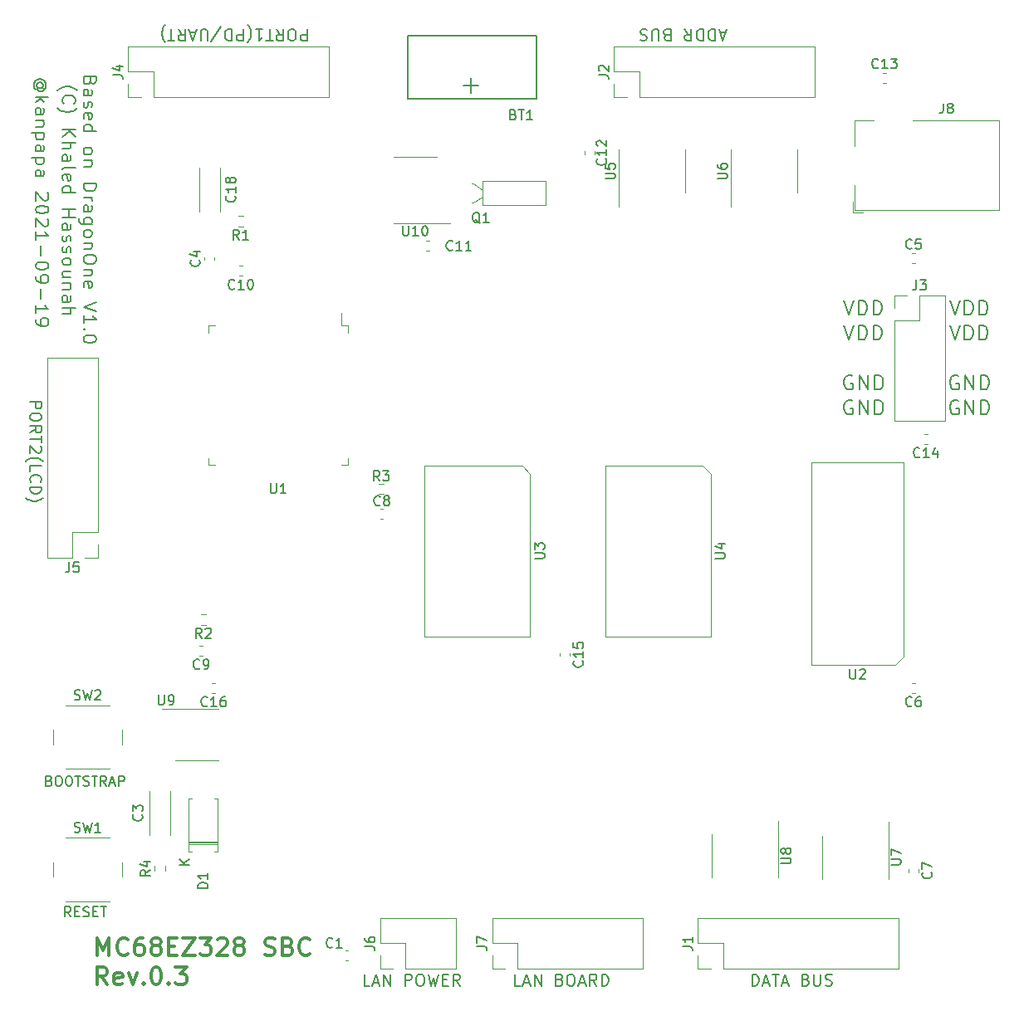
<source format=gto>
G04 #@! TF.GenerationSoftware,KiCad,Pcbnew,(5.1.9)-1*
G04 #@! TF.CreationDate,2021-09-19T14:37:10+09:00*
G04 #@! TF.ProjectId,DragonOne_cpu_rev03,44726167-6f6e-44f6-9e65-5f6370755f72,0.3*
G04 #@! TF.SameCoordinates,PX5e78920PY8d19d38*
G04 #@! TF.FileFunction,Legend,Top*
G04 #@! TF.FilePolarity,Positive*
%FSLAX46Y46*%
G04 Gerber Fmt 4.6, Leading zero omitted, Abs format (unit mm)*
G04 Created by KiCad (PCBNEW (5.1.9)-1) date 2021-09-19 14:37:10*
%MOMM*%
%LPD*%
G01*
G04 APERTURE LIST*
%ADD10C,0.200000*%
%ADD11C,0.150000*%
%ADD12C,0.300000*%
%ADD13C,0.120000*%
G04 APERTURE END LIST*
D10*
X85217142Y61075000D02*
X85074285Y61146429D01*
X84860000Y61146429D01*
X84645714Y61075000D01*
X84502857Y60932143D01*
X84431428Y60789286D01*
X84360000Y60503572D01*
X84360000Y60289286D01*
X84431428Y60003572D01*
X84502857Y59860715D01*
X84645714Y59717858D01*
X84860000Y59646429D01*
X85002857Y59646429D01*
X85217142Y59717858D01*
X85288571Y59789286D01*
X85288571Y60289286D01*
X85002857Y60289286D01*
X85931428Y59646429D02*
X85931428Y61146429D01*
X86788571Y59646429D01*
X86788571Y61146429D01*
X87502857Y59646429D02*
X87502857Y61146429D01*
X87860000Y61146429D01*
X88074285Y61075000D01*
X88217142Y60932143D01*
X88288571Y60789286D01*
X88360000Y60503572D01*
X88360000Y60289286D01*
X88288571Y60003572D01*
X88217142Y59860715D01*
X88074285Y59717858D01*
X87860000Y59646429D01*
X87502857Y59646429D01*
X95155000Y68766429D02*
X95655000Y67266429D01*
X96155000Y68766429D01*
X96655000Y67266429D02*
X96655000Y68766429D01*
X97012142Y68766429D01*
X97226428Y68695000D01*
X97369285Y68552143D01*
X97440714Y68409286D01*
X97512142Y68123572D01*
X97512142Y67909286D01*
X97440714Y67623572D01*
X97369285Y67480715D01*
X97226428Y67337858D01*
X97012142Y67266429D01*
X96655000Y67266429D01*
X98155000Y67266429D02*
X98155000Y68766429D01*
X98512142Y68766429D01*
X98726428Y68695000D01*
X98869285Y68552143D01*
X98940714Y68409286D01*
X99012142Y68123572D01*
X99012142Y67909286D01*
X98940714Y67623572D01*
X98869285Y67480715D01*
X98726428Y67337858D01*
X98512142Y67266429D01*
X98155000Y67266429D01*
X36024285Y1362143D02*
X35452857Y1362143D01*
X35452857Y2562143D01*
X36367142Y1705000D02*
X36938571Y1705000D01*
X36252857Y1362143D02*
X36652857Y2562143D01*
X37052857Y1362143D01*
X37452857Y1362143D02*
X37452857Y2562143D01*
X38138571Y1362143D01*
X38138571Y2562143D01*
X39624285Y1362143D02*
X39624285Y2562143D01*
X40081428Y2562143D01*
X40195714Y2505000D01*
X40252857Y2447858D01*
X40310000Y2333572D01*
X40310000Y2162143D01*
X40252857Y2047858D01*
X40195714Y1990715D01*
X40081428Y1933572D01*
X39624285Y1933572D01*
X41052857Y2562143D02*
X41281428Y2562143D01*
X41395714Y2505000D01*
X41510000Y2390715D01*
X41567142Y2162143D01*
X41567142Y1762143D01*
X41510000Y1533572D01*
X41395714Y1419286D01*
X41281428Y1362143D01*
X41052857Y1362143D01*
X40938571Y1419286D01*
X40824285Y1533572D01*
X40767142Y1762143D01*
X40767142Y2162143D01*
X40824285Y2390715D01*
X40938571Y2505000D01*
X41052857Y2562143D01*
X41967142Y2562143D02*
X42252857Y1362143D01*
X42481428Y2219286D01*
X42710000Y1362143D01*
X42995714Y2562143D01*
X43452857Y1990715D02*
X43852857Y1990715D01*
X44024285Y1362143D02*
X43452857Y1362143D01*
X43452857Y2562143D01*
X44024285Y2562143D01*
X45224285Y1362143D02*
X44824285Y1933572D01*
X44538571Y1362143D02*
X44538571Y2562143D01*
X44995714Y2562143D01*
X45110000Y2505000D01*
X45167142Y2447858D01*
X45224285Y2333572D01*
X45224285Y2162143D01*
X45167142Y2047858D01*
X45110000Y1990715D01*
X44995714Y1933572D01*
X44538571Y1933572D01*
X51378571Y1362143D02*
X50807142Y1362143D01*
X50807142Y2562143D01*
X51721428Y1705000D02*
X52292857Y1705000D01*
X51607142Y1362143D02*
X52007142Y2562143D01*
X52407142Y1362143D01*
X52807142Y1362143D02*
X52807142Y2562143D01*
X53492857Y1362143D01*
X53492857Y2562143D01*
X55378571Y1990715D02*
X55550000Y1933572D01*
X55607142Y1876429D01*
X55664285Y1762143D01*
X55664285Y1590715D01*
X55607142Y1476429D01*
X55550000Y1419286D01*
X55435714Y1362143D01*
X54978571Y1362143D01*
X54978571Y2562143D01*
X55378571Y2562143D01*
X55492857Y2505000D01*
X55550000Y2447858D01*
X55607142Y2333572D01*
X55607142Y2219286D01*
X55550000Y2105000D01*
X55492857Y2047858D01*
X55378571Y1990715D01*
X54978571Y1990715D01*
X56407142Y2562143D02*
X56635714Y2562143D01*
X56750000Y2505000D01*
X56864285Y2390715D01*
X56921428Y2162143D01*
X56921428Y1762143D01*
X56864285Y1533572D01*
X56750000Y1419286D01*
X56635714Y1362143D01*
X56407142Y1362143D01*
X56292857Y1419286D01*
X56178571Y1533572D01*
X56121428Y1762143D01*
X56121428Y2162143D01*
X56178571Y2390715D01*
X56292857Y2505000D01*
X56407142Y2562143D01*
X57378571Y1705000D02*
X57950000Y1705000D01*
X57264285Y1362143D02*
X57664285Y2562143D01*
X58064285Y1362143D01*
X59150000Y1362143D02*
X58750000Y1933572D01*
X58464285Y1362143D02*
X58464285Y2562143D01*
X58921428Y2562143D01*
X59035714Y2505000D01*
X59092857Y2447858D01*
X59150000Y2333572D01*
X59150000Y2162143D01*
X59092857Y2047858D01*
X59035714Y1990715D01*
X58921428Y1933572D01*
X58464285Y1933572D01*
X59664285Y1362143D02*
X59664285Y2562143D01*
X59950000Y2562143D01*
X60121428Y2505000D01*
X60235714Y2390715D01*
X60292857Y2276429D01*
X60350000Y2047858D01*
X60350000Y1876429D01*
X60292857Y1647858D01*
X60235714Y1533572D01*
X60121428Y1419286D01*
X59950000Y1362143D01*
X59664285Y1362143D01*
D11*
X3342142Y22296429D02*
X3485000Y22248810D01*
X3532619Y22201191D01*
X3580238Y22105953D01*
X3580238Y21963096D01*
X3532619Y21867858D01*
X3485000Y21820239D01*
X3389761Y21772620D01*
X3008809Y21772620D01*
X3008809Y22772620D01*
X3342142Y22772620D01*
X3437380Y22725000D01*
X3485000Y22677381D01*
X3532619Y22582143D01*
X3532619Y22486905D01*
X3485000Y22391667D01*
X3437380Y22344048D01*
X3342142Y22296429D01*
X3008809Y22296429D01*
X4199285Y22772620D02*
X4389761Y22772620D01*
X4485000Y22725000D01*
X4580238Y22629762D01*
X4627857Y22439286D01*
X4627857Y22105953D01*
X4580238Y21915477D01*
X4485000Y21820239D01*
X4389761Y21772620D01*
X4199285Y21772620D01*
X4104047Y21820239D01*
X4008809Y21915477D01*
X3961190Y22105953D01*
X3961190Y22439286D01*
X4008809Y22629762D01*
X4104047Y22725000D01*
X4199285Y22772620D01*
X5246904Y22772620D02*
X5437380Y22772620D01*
X5532619Y22725000D01*
X5627857Y22629762D01*
X5675476Y22439286D01*
X5675476Y22105953D01*
X5627857Y21915477D01*
X5532619Y21820239D01*
X5437380Y21772620D01*
X5246904Y21772620D01*
X5151666Y21820239D01*
X5056428Y21915477D01*
X5008809Y22105953D01*
X5008809Y22439286D01*
X5056428Y22629762D01*
X5151666Y22725000D01*
X5246904Y22772620D01*
X5961190Y22772620D02*
X6532619Y22772620D01*
X6246904Y21772620D02*
X6246904Y22772620D01*
X6818333Y21820239D02*
X6961190Y21772620D01*
X7199285Y21772620D01*
X7294523Y21820239D01*
X7342142Y21867858D01*
X7389761Y21963096D01*
X7389761Y22058334D01*
X7342142Y22153572D01*
X7294523Y22201191D01*
X7199285Y22248810D01*
X7008809Y22296429D01*
X6913571Y22344048D01*
X6865952Y22391667D01*
X6818333Y22486905D01*
X6818333Y22582143D01*
X6865952Y22677381D01*
X6913571Y22725000D01*
X7008809Y22772620D01*
X7246904Y22772620D01*
X7389761Y22725000D01*
X7675476Y22772620D02*
X8246904Y22772620D01*
X7961190Y21772620D02*
X7961190Y22772620D01*
X9151666Y21772620D02*
X8818333Y22248810D01*
X8580238Y21772620D02*
X8580238Y22772620D01*
X8961190Y22772620D01*
X9056428Y22725000D01*
X9104047Y22677381D01*
X9151666Y22582143D01*
X9151666Y22439286D01*
X9104047Y22344048D01*
X9056428Y22296429D01*
X8961190Y22248810D01*
X8580238Y22248810D01*
X9532619Y22058334D02*
X10008809Y22058334D01*
X9437380Y21772620D02*
X9770714Y22772620D01*
X10104047Y21772620D01*
X10437380Y21772620D02*
X10437380Y22772620D01*
X10818333Y22772620D01*
X10913571Y22725000D01*
X10961190Y22677381D01*
X11008809Y22582143D01*
X11008809Y22439286D01*
X10961190Y22344048D01*
X10913571Y22296429D01*
X10818333Y22248810D01*
X10437380Y22248810D01*
X5532619Y8437620D02*
X5199285Y8913810D01*
X4961190Y8437620D02*
X4961190Y9437620D01*
X5342142Y9437620D01*
X5437380Y9390000D01*
X5485000Y9342381D01*
X5532619Y9247143D01*
X5532619Y9104286D01*
X5485000Y9009048D01*
X5437380Y8961429D01*
X5342142Y8913810D01*
X4961190Y8913810D01*
X5961190Y8961429D02*
X6294523Y8961429D01*
X6437380Y8437620D02*
X5961190Y8437620D01*
X5961190Y9437620D01*
X6437380Y9437620D01*
X6818333Y8485239D02*
X6961190Y8437620D01*
X7199285Y8437620D01*
X7294523Y8485239D01*
X7342142Y8532858D01*
X7389761Y8628096D01*
X7389761Y8723334D01*
X7342142Y8818572D01*
X7294523Y8866191D01*
X7199285Y8913810D01*
X7008809Y8961429D01*
X6913571Y9009048D01*
X6865952Y9056667D01*
X6818333Y9151905D01*
X6818333Y9247143D01*
X6865952Y9342381D01*
X6913571Y9390000D01*
X7008809Y9437620D01*
X7246904Y9437620D01*
X7389761Y9390000D01*
X7818333Y8961429D02*
X8151666Y8961429D01*
X8294523Y8437620D02*
X7818333Y8437620D01*
X7818333Y9437620D01*
X8294523Y9437620D01*
X8580238Y9437620D02*
X9151666Y9437620D01*
X8865952Y8437620D02*
X8865952Y9437620D01*
D10*
X1362142Y60937143D02*
X2562142Y60937143D01*
X2562142Y60480000D01*
X2505000Y60365715D01*
X2447857Y60308572D01*
X2333571Y60251429D01*
X2162142Y60251429D01*
X2047857Y60308572D01*
X1990714Y60365715D01*
X1933571Y60480000D01*
X1933571Y60937143D01*
X2562142Y59508572D02*
X2562142Y59280000D01*
X2505000Y59165715D01*
X2390714Y59051429D01*
X2162142Y58994286D01*
X1762142Y58994286D01*
X1533571Y59051429D01*
X1419285Y59165715D01*
X1362142Y59280000D01*
X1362142Y59508572D01*
X1419285Y59622858D01*
X1533571Y59737143D01*
X1762142Y59794286D01*
X2162142Y59794286D01*
X2390714Y59737143D01*
X2505000Y59622858D01*
X2562142Y59508572D01*
X1362142Y57794286D02*
X1933571Y58194286D01*
X1362142Y58480000D02*
X2562142Y58480000D01*
X2562142Y58022858D01*
X2505000Y57908572D01*
X2447857Y57851429D01*
X2333571Y57794286D01*
X2162142Y57794286D01*
X2047857Y57851429D01*
X1990714Y57908572D01*
X1933571Y58022858D01*
X1933571Y58480000D01*
X2562142Y57451429D02*
X2562142Y56765715D01*
X1362142Y57108572D02*
X2562142Y57108572D01*
X2447857Y56422858D02*
X2505000Y56365715D01*
X2562142Y56251429D01*
X2562142Y55965715D01*
X2505000Y55851429D01*
X2447857Y55794286D01*
X2333571Y55737143D01*
X2219285Y55737143D01*
X2047857Y55794286D01*
X1362142Y56480000D01*
X1362142Y55737143D01*
X905000Y54880000D02*
X962142Y54937143D01*
X1133571Y55051429D01*
X1247857Y55108572D01*
X1419285Y55165715D01*
X1705000Y55222858D01*
X1933571Y55222858D01*
X2219285Y55165715D01*
X2390714Y55108572D01*
X2505000Y55051429D01*
X2676428Y54937143D01*
X2733571Y54880000D01*
X1362142Y53851429D02*
X1362142Y54422858D01*
X2562142Y54422858D01*
X1476428Y52765715D02*
X1419285Y52822858D01*
X1362142Y52994286D01*
X1362142Y53108572D01*
X1419285Y53280000D01*
X1533571Y53394286D01*
X1647857Y53451429D01*
X1876428Y53508572D01*
X2047857Y53508572D01*
X2276428Y53451429D01*
X2390714Y53394286D01*
X2505000Y53280000D01*
X2562142Y53108572D01*
X2562142Y52994286D01*
X2505000Y52822858D01*
X2447857Y52765715D01*
X1362142Y52251429D02*
X2562142Y52251429D01*
X2562142Y51965715D01*
X2505000Y51794286D01*
X2390714Y51680000D01*
X2276428Y51622858D01*
X2047857Y51565715D01*
X1876428Y51565715D01*
X1647857Y51622858D01*
X1533571Y51680000D01*
X1419285Y51794286D01*
X1362142Y51965715D01*
X1362142Y52251429D01*
X905000Y51165715D02*
X962142Y51108572D01*
X1133571Y50994286D01*
X1247857Y50937143D01*
X1419285Y50880000D01*
X1705000Y50822858D01*
X1933571Y50822858D01*
X2219285Y50880000D01*
X2390714Y50937143D01*
X2505000Y50994286D01*
X2676428Y51108572D01*
X2733571Y51165715D01*
X29625000Y98967858D02*
X29625000Y97767858D01*
X29167857Y97767858D01*
X29053571Y97825000D01*
X28996428Y97882143D01*
X28939285Y97996429D01*
X28939285Y98167858D01*
X28996428Y98282143D01*
X29053571Y98339286D01*
X29167857Y98396429D01*
X29625000Y98396429D01*
X28196428Y97767858D02*
X27967857Y97767858D01*
X27853571Y97825000D01*
X27739285Y97939286D01*
X27682142Y98167858D01*
X27682142Y98567858D01*
X27739285Y98796429D01*
X27853571Y98910715D01*
X27967857Y98967858D01*
X28196428Y98967858D01*
X28310714Y98910715D01*
X28425000Y98796429D01*
X28482142Y98567858D01*
X28482142Y98167858D01*
X28425000Y97939286D01*
X28310714Y97825000D01*
X28196428Y97767858D01*
X26482142Y98967858D02*
X26882142Y98396429D01*
X27167857Y98967858D02*
X27167857Y97767858D01*
X26710714Y97767858D01*
X26596428Y97825000D01*
X26539285Y97882143D01*
X26482142Y97996429D01*
X26482142Y98167858D01*
X26539285Y98282143D01*
X26596428Y98339286D01*
X26710714Y98396429D01*
X27167857Y98396429D01*
X26139285Y97767858D02*
X25453571Y97767858D01*
X25796428Y98967858D02*
X25796428Y97767858D01*
X24425000Y98967858D02*
X25110714Y98967858D01*
X24767857Y98967858D02*
X24767857Y97767858D01*
X24882142Y97939286D01*
X24996428Y98053572D01*
X25110714Y98110715D01*
X23567857Y99425000D02*
X23625000Y99367858D01*
X23739285Y99196429D01*
X23796428Y99082143D01*
X23853571Y98910715D01*
X23910714Y98625000D01*
X23910714Y98396429D01*
X23853571Y98110715D01*
X23796428Y97939286D01*
X23739285Y97825000D01*
X23625000Y97653572D01*
X23567857Y97596429D01*
X23110714Y98967858D02*
X23110714Y97767858D01*
X22653571Y97767858D01*
X22539285Y97825000D01*
X22482142Y97882143D01*
X22425000Y97996429D01*
X22425000Y98167858D01*
X22482142Y98282143D01*
X22539285Y98339286D01*
X22653571Y98396429D01*
X23110714Y98396429D01*
X21910714Y98967858D02*
X21910714Y97767858D01*
X21625000Y97767858D01*
X21453571Y97825000D01*
X21339285Y97939286D01*
X21282142Y98053572D01*
X21225000Y98282143D01*
X21225000Y98453572D01*
X21282142Y98682143D01*
X21339285Y98796429D01*
X21453571Y98910715D01*
X21625000Y98967858D01*
X21910714Y98967858D01*
X19853571Y97710715D02*
X20882142Y99253572D01*
X19453571Y97767858D02*
X19453571Y98739286D01*
X19396428Y98853572D01*
X19339285Y98910715D01*
X19225000Y98967858D01*
X18996428Y98967858D01*
X18882142Y98910715D01*
X18825000Y98853572D01*
X18767857Y98739286D01*
X18767857Y97767858D01*
X18253571Y98625000D02*
X17682142Y98625000D01*
X18367857Y98967858D02*
X17967857Y97767858D01*
X17567857Y98967858D01*
X16482142Y98967858D02*
X16882142Y98396429D01*
X17167857Y98967858D02*
X17167857Y97767858D01*
X16710714Y97767858D01*
X16596428Y97825000D01*
X16539285Y97882143D01*
X16482142Y97996429D01*
X16482142Y98167858D01*
X16539285Y98282143D01*
X16596428Y98339286D01*
X16710714Y98396429D01*
X17167857Y98396429D01*
X16139285Y97767858D02*
X15453571Y97767858D01*
X15796428Y98967858D02*
X15796428Y97767858D01*
X15167857Y99425000D02*
X15110714Y99367858D01*
X14996428Y99196429D01*
X14939285Y99082143D01*
X14882142Y98910715D01*
X14825000Y98625000D01*
X14825000Y98396429D01*
X14882142Y98110715D01*
X14939285Y97939286D01*
X14996428Y97825000D01*
X15110714Y97653572D01*
X15167857Y97596429D01*
X72287857Y98625000D02*
X71716428Y98625000D01*
X72402142Y98967858D02*
X72002142Y97767858D01*
X71602142Y98967858D01*
X71202142Y98967858D02*
X71202142Y97767858D01*
X70916428Y97767858D01*
X70745000Y97825000D01*
X70630714Y97939286D01*
X70573571Y98053572D01*
X70516428Y98282143D01*
X70516428Y98453572D01*
X70573571Y98682143D01*
X70630714Y98796429D01*
X70745000Y98910715D01*
X70916428Y98967858D01*
X71202142Y98967858D01*
X70002142Y98967858D02*
X70002142Y97767858D01*
X69716428Y97767858D01*
X69545000Y97825000D01*
X69430714Y97939286D01*
X69373571Y98053572D01*
X69316428Y98282143D01*
X69316428Y98453572D01*
X69373571Y98682143D01*
X69430714Y98796429D01*
X69545000Y98910715D01*
X69716428Y98967858D01*
X70002142Y98967858D01*
X68116428Y98967858D02*
X68516428Y98396429D01*
X68802142Y98967858D02*
X68802142Y97767858D01*
X68345000Y97767858D01*
X68230714Y97825000D01*
X68173571Y97882143D01*
X68116428Y97996429D01*
X68116428Y98167858D01*
X68173571Y98282143D01*
X68230714Y98339286D01*
X68345000Y98396429D01*
X68802142Y98396429D01*
X66287857Y98339286D02*
X66116428Y98396429D01*
X66059285Y98453572D01*
X66002142Y98567858D01*
X66002142Y98739286D01*
X66059285Y98853572D01*
X66116428Y98910715D01*
X66230714Y98967858D01*
X66687857Y98967858D01*
X66687857Y97767858D01*
X66287857Y97767858D01*
X66173571Y97825000D01*
X66116428Y97882143D01*
X66059285Y97996429D01*
X66059285Y98110715D01*
X66116428Y98225000D01*
X66173571Y98282143D01*
X66287857Y98339286D01*
X66687857Y98339286D01*
X65487857Y97767858D02*
X65487857Y98739286D01*
X65430714Y98853572D01*
X65373571Y98910715D01*
X65259285Y98967858D01*
X65030714Y98967858D01*
X64916428Y98910715D01*
X64859285Y98853572D01*
X64802142Y98739286D01*
X64802142Y97767858D01*
X64287857Y98910715D02*
X64116428Y98967858D01*
X63830714Y98967858D01*
X63716428Y98910715D01*
X63659285Y98853572D01*
X63602142Y98739286D01*
X63602142Y98625000D01*
X63659285Y98510715D01*
X63716428Y98453572D01*
X63830714Y98396429D01*
X64059285Y98339286D01*
X64173571Y98282143D01*
X64230714Y98225000D01*
X64287857Y98110715D01*
X64287857Y97996429D01*
X64230714Y97882143D01*
X64173571Y97825000D01*
X64059285Y97767858D01*
X63773571Y97767858D01*
X63602142Y97825000D01*
X74987857Y1362143D02*
X74987857Y2562143D01*
X75273571Y2562143D01*
X75445000Y2505000D01*
X75559285Y2390715D01*
X75616428Y2276429D01*
X75673571Y2047858D01*
X75673571Y1876429D01*
X75616428Y1647858D01*
X75559285Y1533572D01*
X75445000Y1419286D01*
X75273571Y1362143D01*
X74987857Y1362143D01*
X76130714Y1705000D02*
X76702142Y1705000D01*
X76016428Y1362143D02*
X76416428Y2562143D01*
X76816428Y1362143D01*
X77045000Y2562143D02*
X77730714Y2562143D01*
X77387857Y1362143D02*
X77387857Y2562143D01*
X78073571Y1705000D02*
X78645000Y1705000D01*
X77959285Y1362143D02*
X78359285Y2562143D01*
X78759285Y1362143D01*
X80473571Y1990715D02*
X80645000Y1933572D01*
X80702142Y1876429D01*
X80759285Y1762143D01*
X80759285Y1590715D01*
X80702142Y1476429D01*
X80645000Y1419286D01*
X80530714Y1362143D01*
X80073571Y1362143D01*
X80073571Y2562143D01*
X80473571Y2562143D01*
X80587857Y2505000D01*
X80645000Y2447858D01*
X80702142Y2333572D01*
X80702142Y2219286D01*
X80645000Y2105000D01*
X80587857Y2047858D01*
X80473571Y1990715D01*
X80073571Y1990715D01*
X81273571Y2562143D02*
X81273571Y1590715D01*
X81330714Y1476429D01*
X81387857Y1419286D01*
X81502142Y1362143D01*
X81730714Y1362143D01*
X81845000Y1419286D01*
X81902142Y1476429D01*
X81959285Y1590715D01*
X81959285Y2562143D01*
X82473571Y1419286D02*
X82645000Y1362143D01*
X82930714Y1362143D01*
X83045000Y1419286D01*
X83102142Y1476429D01*
X83159285Y1590715D01*
X83159285Y1705000D01*
X83102142Y1819286D01*
X83045000Y1876429D01*
X82930714Y1933572D01*
X82702142Y1990715D01*
X82587857Y2047858D01*
X82530714Y2105000D01*
X82473571Y2219286D01*
X82473571Y2333572D01*
X82530714Y2447858D01*
X82587857Y2505000D01*
X82702142Y2562143D01*
X82987857Y2562143D01*
X83159285Y2505000D01*
X7517857Y93685000D02*
X7455952Y93485000D01*
X7394047Y93418334D01*
X7270238Y93351667D01*
X7084523Y93351667D01*
X6960714Y93418334D01*
X6898809Y93485000D01*
X6836904Y93618334D01*
X6836904Y94151667D01*
X8136904Y94151667D01*
X8136904Y93685000D01*
X8075000Y93551667D01*
X8013095Y93485000D01*
X7889285Y93418334D01*
X7765476Y93418334D01*
X7641666Y93485000D01*
X7579761Y93551667D01*
X7517857Y93685000D01*
X7517857Y94151667D01*
X6836904Y92151667D02*
X7517857Y92151667D01*
X7641666Y92218334D01*
X7703571Y92351667D01*
X7703571Y92618334D01*
X7641666Y92751667D01*
X6898809Y92151667D02*
X6836904Y92285000D01*
X6836904Y92618334D01*
X6898809Y92751667D01*
X7022619Y92818334D01*
X7146428Y92818334D01*
X7270238Y92751667D01*
X7332142Y92618334D01*
X7332142Y92285000D01*
X7394047Y92151667D01*
X6898809Y91551667D02*
X6836904Y91418334D01*
X6836904Y91151667D01*
X6898809Y91018334D01*
X7022619Y90951667D01*
X7084523Y90951667D01*
X7208333Y91018334D01*
X7270238Y91151667D01*
X7270238Y91351667D01*
X7332142Y91485000D01*
X7455952Y91551667D01*
X7517857Y91551667D01*
X7641666Y91485000D01*
X7703571Y91351667D01*
X7703571Y91151667D01*
X7641666Y91018334D01*
X6898809Y89818334D02*
X6836904Y89951667D01*
X6836904Y90218334D01*
X6898809Y90351667D01*
X7022619Y90418334D01*
X7517857Y90418334D01*
X7641666Y90351667D01*
X7703571Y90218334D01*
X7703571Y89951667D01*
X7641666Y89818334D01*
X7517857Y89751667D01*
X7394047Y89751667D01*
X7270238Y90418334D01*
X6836904Y88551667D02*
X8136904Y88551667D01*
X6898809Y88551667D02*
X6836904Y88685000D01*
X6836904Y88951667D01*
X6898809Y89085000D01*
X6960714Y89151667D01*
X7084523Y89218334D01*
X7455952Y89218334D01*
X7579761Y89151667D01*
X7641666Y89085000D01*
X7703571Y88951667D01*
X7703571Y88685000D01*
X7641666Y88551667D01*
X6836904Y86618334D02*
X6898809Y86751667D01*
X6960714Y86818334D01*
X7084523Y86885000D01*
X7455952Y86885000D01*
X7579761Y86818334D01*
X7641666Y86751667D01*
X7703571Y86618334D01*
X7703571Y86418334D01*
X7641666Y86285000D01*
X7579761Y86218334D01*
X7455952Y86151667D01*
X7084523Y86151667D01*
X6960714Y86218334D01*
X6898809Y86285000D01*
X6836904Y86418334D01*
X6836904Y86618334D01*
X7703571Y85551667D02*
X6836904Y85551667D01*
X7579761Y85551667D02*
X7641666Y85485000D01*
X7703571Y85351667D01*
X7703571Y85151667D01*
X7641666Y85018334D01*
X7517857Y84951667D01*
X6836904Y84951667D01*
X6836904Y83218334D02*
X8136904Y83218334D01*
X8136904Y82885000D01*
X8075000Y82685000D01*
X7951190Y82551667D01*
X7827380Y82485000D01*
X7579761Y82418334D01*
X7394047Y82418334D01*
X7146428Y82485000D01*
X7022619Y82551667D01*
X6898809Y82685000D01*
X6836904Y82885000D01*
X6836904Y83218334D01*
X6836904Y81818334D02*
X7703571Y81818334D01*
X7455952Y81818334D02*
X7579761Y81751667D01*
X7641666Y81685000D01*
X7703571Y81551667D01*
X7703571Y81418334D01*
X6836904Y80351667D02*
X7517857Y80351667D01*
X7641666Y80418334D01*
X7703571Y80551667D01*
X7703571Y80818334D01*
X7641666Y80951667D01*
X6898809Y80351667D02*
X6836904Y80485000D01*
X6836904Y80818334D01*
X6898809Y80951667D01*
X7022619Y81018334D01*
X7146428Y81018334D01*
X7270238Y80951667D01*
X7332142Y80818334D01*
X7332142Y80485000D01*
X7394047Y80351667D01*
X7703571Y79085000D02*
X6651190Y79085000D01*
X6527380Y79151667D01*
X6465476Y79218334D01*
X6403571Y79351667D01*
X6403571Y79551667D01*
X6465476Y79685000D01*
X6898809Y79085000D02*
X6836904Y79218334D01*
X6836904Y79485000D01*
X6898809Y79618334D01*
X6960714Y79685000D01*
X7084523Y79751667D01*
X7455952Y79751667D01*
X7579761Y79685000D01*
X7641666Y79618334D01*
X7703571Y79485000D01*
X7703571Y79218334D01*
X7641666Y79085000D01*
X6836904Y78218334D02*
X6898809Y78351667D01*
X6960714Y78418334D01*
X7084523Y78485000D01*
X7455952Y78485000D01*
X7579761Y78418334D01*
X7641666Y78351667D01*
X7703571Y78218334D01*
X7703571Y78018334D01*
X7641666Y77885000D01*
X7579761Y77818334D01*
X7455952Y77751667D01*
X7084523Y77751667D01*
X6960714Y77818334D01*
X6898809Y77885000D01*
X6836904Y78018334D01*
X6836904Y78218334D01*
X7703571Y77151667D02*
X6836904Y77151667D01*
X7579761Y77151667D02*
X7641666Y77085000D01*
X7703571Y76951667D01*
X7703571Y76751667D01*
X7641666Y76618334D01*
X7517857Y76551667D01*
X6836904Y76551667D01*
X8136904Y75618334D02*
X8136904Y75351667D01*
X8075000Y75218334D01*
X7951190Y75085000D01*
X7703571Y75018334D01*
X7270238Y75018334D01*
X7022619Y75085000D01*
X6898809Y75218334D01*
X6836904Y75351667D01*
X6836904Y75618334D01*
X6898809Y75751667D01*
X7022619Y75885000D01*
X7270238Y75951667D01*
X7703571Y75951667D01*
X7951190Y75885000D01*
X8075000Y75751667D01*
X8136904Y75618334D01*
X7703571Y74418334D02*
X6836904Y74418334D01*
X7579761Y74418334D02*
X7641666Y74351667D01*
X7703571Y74218334D01*
X7703571Y74018334D01*
X7641666Y73885000D01*
X7517857Y73818334D01*
X6836904Y73818334D01*
X6898809Y72618334D02*
X6836904Y72751667D01*
X6836904Y73018334D01*
X6898809Y73151667D01*
X7022619Y73218334D01*
X7517857Y73218334D01*
X7641666Y73151667D01*
X7703571Y73018334D01*
X7703571Y72751667D01*
X7641666Y72618334D01*
X7517857Y72551667D01*
X7394047Y72551667D01*
X7270238Y73218334D01*
X8136904Y71085000D02*
X6836904Y70618334D01*
X8136904Y70151667D01*
X6836904Y68951667D02*
X6836904Y69751667D01*
X6836904Y69351667D02*
X8136904Y69351667D01*
X7951190Y69485000D01*
X7827380Y69618334D01*
X7765476Y69751667D01*
X6960714Y68351667D02*
X6898809Y68285000D01*
X6836904Y68351667D01*
X6898809Y68418334D01*
X6960714Y68351667D01*
X6836904Y68351667D01*
X8136904Y67418334D02*
X8136904Y67285000D01*
X8075000Y67151667D01*
X8013095Y67085000D01*
X7889285Y67018334D01*
X7641666Y66951667D01*
X7332142Y66951667D01*
X7084523Y67018334D01*
X6960714Y67085000D01*
X6898809Y67151667D01*
X6836904Y67285000D01*
X6836904Y67418334D01*
X6898809Y67551667D01*
X6960714Y67618334D01*
X7084523Y67685000D01*
X7332142Y67751667D01*
X7641666Y67751667D01*
X7889285Y67685000D01*
X8013095Y67618334D01*
X8075000Y67551667D01*
X8136904Y67418334D01*
X4191666Y92685000D02*
X4253571Y92751667D01*
X4439285Y92885000D01*
X4563095Y92951667D01*
X4748809Y93018334D01*
X5058333Y93085000D01*
X5305952Y93085000D01*
X5615476Y93018334D01*
X5801190Y92951667D01*
X5925000Y92885000D01*
X6110714Y92751667D01*
X6172619Y92685000D01*
X4810714Y91351667D02*
X4748809Y91418334D01*
X4686904Y91618334D01*
X4686904Y91751667D01*
X4748809Y91951667D01*
X4872619Y92085000D01*
X4996428Y92151667D01*
X5244047Y92218334D01*
X5429761Y92218334D01*
X5677380Y92151667D01*
X5801190Y92085000D01*
X5925000Y91951667D01*
X5986904Y91751667D01*
X5986904Y91618334D01*
X5925000Y91418334D01*
X5863095Y91351667D01*
X4191666Y90885000D02*
X4253571Y90818334D01*
X4439285Y90685000D01*
X4563095Y90618334D01*
X4748809Y90551667D01*
X5058333Y90485000D01*
X5305952Y90485000D01*
X5615476Y90551667D01*
X5801190Y90618334D01*
X5925000Y90685000D01*
X6110714Y90818334D01*
X6172619Y90885000D01*
X4686904Y88751667D02*
X5986904Y88751667D01*
X4686904Y87951667D02*
X5429761Y88551667D01*
X5986904Y87951667D02*
X5244047Y88751667D01*
X4686904Y87351667D02*
X5986904Y87351667D01*
X4686904Y86751667D02*
X5367857Y86751667D01*
X5491666Y86818334D01*
X5553571Y86951667D01*
X5553571Y87151667D01*
X5491666Y87285000D01*
X5429761Y87351667D01*
X4686904Y85485000D02*
X5367857Y85485000D01*
X5491666Y85551667D01*
X5553571Y85685000D01*
X5553571Y85951667D01*
X5491666Y86085000D01*
X4748809Y85485000D02*
X4686904Y85618334D01*
X4686904Y85951667D01*
X4748809Y86085000D01*
X4872619Y86151667D01*
X4996428Y86151667D01*
X5120238Y86085000D01*
X5182142Y85951667D01*
X5182142Y85618334D01*
X5244047Y85485000D01*
X4686904Y84618334D02*
X4748809Y84751667D01*
X4872619Y84818334D01*
X5986904Y84818334D01*
X4748809Y83551667D02*
X4686904Y83685000D01*
X4686904Y83951667D01*
X4748809Y84085000D01*
X4872619Y84151667D01*
X5367857Y84151667D01*
X5491666Y84085000D01*
X5553571Y83951667D01*
X5553571Y83685000D01*
X5491666Y83551667D01*
X5367857Y83485000D01*
X5244047Y83485000D01*
X5120238Y84151667D01*
X4686904Y82285000D02*
X5986904Y82285000D01*
X4748809Y82285000D02*
X4686904Y82418334D01*
X4686904Y82685000D01*
X4748809Y82818334D01*
X4810714Y82885000D01*
X4934523Y82951667D01*
X5305952Y82951667D01*
X5429761Y82885000D01*
X5491666Y82818334D01*
X5553571Y82685000D01*
X5553571Y82418334D01*
X5491666Y82285000D01*
X4686904Y80551667D02*
X5986904Y80551667D01*
X5367857Y80551667D02*
X5367857Y79751667D01*
X4686904Y79751667D02*
X5986904Y79751667D01*
X4686904Y78485000D02*
X5367857Y78485000D01*
X5491666Y78551667D01*
X5553571Y78685000D01*
X5553571Y78951667D01*
X5491666Y79085000D01*
X4748809Y78485000D02*
X4686904Y78618334D01*
X4686904Y78951667D01*
X4748809Y79085000D01*
X4872619Y79151667D01*
X4996428Y79151667D01*
X5120238Y79085000D01*
X5182142Y78951667D01*
X5182142Y78618334D01*
X5244047Y78485000D01*
X4748809Y77885000D02*
X4686904Y77751667D01*
X4686904Y77485000D01*
X4748809Y77351667D01*
X4872619Y77285000D01*
X4934523Y77285000D01*
X5058333Y77351667D01*
X5120238Y77485000D01*
X5120238Y77685000D01*
X5182142Y77818334D01*
X5305952Y77885000D01*
X5367857Y77885000D01*
X5491666Y77818334D01*
X5553571Y77685000D01*
X5553571Y77485000D01*
X5491666Y77351667D01*
X4748809Y76751667D02*
X4686904Y76618334D01*
X4686904Y76351667D01*
X4748809Y76218334D01*
X4872619Y76151667D01*
X4934523Y76151667D01*
X5058333Y76218334D01*
X5120238Y76351667D01*
X5120238Y76551667D01*
X5182142Y76685000D01*
X5305952Y76751667D01*
X5367857Y76751667D01*
X5491666Y76685000D01*
X5553571Y76551667D01*
X5553571Y76351667D01*
X5491666Y76218334D01*
X4686904Y75351667D02*
X4748809Y75485000D01*
X4810714Y75551667D01*
X4934523Y75618334D01*
X5305952Y75618334D01*
X5429761Y75551667D01*
X5491666Y75485000D01*
X5553571Y75351667D01*
X5553571Y75151667D01*
X5491666Y75018334D01*
X5429761Y74951667D01*
X5305952Y74885000D01*
X4934523Y74885000D01*
X4810714Y74951667D01*
X4748809Y75018334D01*
X4686904Y75151667D01*
X4686904Y75351667D01*
X5553571Y73685000D02*
X4686904Y73685000D01*
X5553571Y74285000D02*
X4872619Y74285000D01*
X4748809Y74218334D01*
X4686904Y74085000D01*
X4686904Y73885000D01*
X4748809Y73751667D01*
X4810714Y73685000D01*
X5553571Y73018334D02*
X4686904Y73018334D01*
X5429761Y73018334D02*
X5491666Y72951667D01*
X5553571Y72818334D01*
X5553571Y72618334D01*
X5491666Y72485000D01*
X5367857Y72418334D01*
X4686904Y72418334D01*
X4686904Y71151667D02*
X5367857Y71151667D01*
X5491666Y71218334D01*
X5553571Y71351667D01*
X5553571Y71618334D01*
X5491666Y71751667D01*
X4748809Y71151667D02*
X4686904Y71285000D01*
X4686904Y71618334D01*
X4748809Y71751667D01*
X4872619Y71818334D01*
X4996428Y71818334D01*
X5120238Y71751667D01*
X5182142Y71618334D01*
X5182142Y71285000D01*
X5244047Y71151667D01*
X4686904Y70485000D02*
X5986904Y70485000D01*
X4686904Y69885000D02*
X5367857Y69885000D01*
X5491666Y69951667D01*
X5553571Y70085000D01*
X5553571Y70285000D01*
X5491666Y70418334D01*
X5429761Y70485000D01*
X2570952Y92946667D02*
X2632857Y93013334D01*
X2694761Y93146667D01*
X2694761Y93280000D01*
X2632857Y93413334D01*
X2570952Y93480000D01*
X2447142Y93546667D01*
X2323333Y93546667D01*
X2199523Y93480000D01*
X2137619Y93413334D01*
X2075714Y93280000D01*
X2075714Y93146667D01*
X2137619Y93013334D01*
X2199523Y92946667D01*
X2694761Y92946667D02*
X2199523Y92946667D01*
X2137619Y92880000D01*
X2137619Y92813334D01*
X2199523Y92680000D01*
X2323333Y92613334D01*
X2632857Y92613334D01*
X2818571Y92746667D01*
X2942380Y92946667D01*
X3004285Y93213334D01*
X2942380Y93480000D01*
X2818571Y93680000D01*
X2632857Y93813334D01*
X2385238Y93880000D01*
X2137619Y93813334D01*
X1951904Y93680000D01*
X1828095Y93480000D01*
X1766190Y93213334D01*
X1828095Y92946667D01*
X1951904Y92746667D01*
X1951904Y92013334D02*
X3251904Y92013334D01*
X2447142Y91880000D02*
X1951904Y91480000D01*
X2818571Y91480000D02*
X2323333Y92013334D01*
X1951904Y90280000D02*
X2632857Y90280000D01*
X2756666Y90346667D01*
X2818571Y90480000D01*
X2818571Y90746667D01*
X2756666Y90880000D01*
X2013809Y90280000D02*
X1951904Y90413334D01*
X1951904Y90746667D01*
X2013809Y90880000D01*
X2137619Y90946667D01*
X2261428Y90946667D01*
X2385238Y90880000D01*
X2447142Y90746667D01*
X2447142Y90413334D01*
X2509047Y90280000D01*
X2818571Y89613334D02*
X1951904Y89613334D01*
X2694761Y89613334D02*
X2756666Y89546667D01*
X2818571Y89413334D01*
X2818571Y89213334D01*
X2756666Y89080000D01*
X2632857Y89013334D01*
X1951904Y89013334D01*
X2818571Y88346667D02*
X1518571Y88346667D01*
X2756666Y88346667D02*
X2818571Y88213334D01*
X2818571Y87946667D01*
X2756666Y87813334D01*
X2694761Y87746667D01*
X2570952Y87680000D01*
X2199523Y87680000D01*
X2075714Y87746667D01*
X2013809Y87813334D01*
X1951904Y87946667D01*
X1951904Y88213334D01*
X2013809Y88346667D01*
X1951904Y86480000D02*
X2632857Y86480000D01*
X2756666Y86546667D01*
X2818571Y86680000D01*
X2818571Y86946667D01*
X2756666Y87080000D01*
X2013809Y86480000D02*
X1951904Y86613334D01*
X1951904Y86946667D01*
X2013809Y87080000D01*
X2137619Y87146667D01*
X2261428Y87146667D01*
X2385238Y87080000D01*
X2447142Y86946667D01*
X2447142Y86613334D01*
X2509047Y86480000D01*
X2818571Y85813334D02*
X1518571Y85813334D01*
X2756666Y85813334D02*
X2818571Y85680000D01*
X2818571Y85413334D01*
X2756666Y85280000D01*
X2694761Y85213334D01*
X2570952Y85146667D01*
X2199523Y85146667D01*
X2075714Y85213334D01*
X2013809Y85280000D01*
X1951904Y85413334D01*
X1951904Y85680000D01*
X2013809Y85813334D01*
X1951904Y83946667D02*
X2632857Y83946667D01*
X2756666Y84013334D01*
X2818571Y84146667D01*
X2818571Y84413334D01*
X2756666Y84546667D01*
X2013809Y83946667D02*
X1951904Y84080000D01*
X1951904Y84413334D01*
X2013809Y84546667D01*
X2137619Y84613334D01*
X2261428Y84613334D01*
X2385238Y84546667D01*
X2447142Y84413334D01*
X2447142Y84080000D01*
X2509047Y83946667D01*
X3128095Y82280001D02*
X3190000Y82213334D01*
X3251904Y82080001D01*
X3251904Y81746667D01*
X3190000Y81613334D01*
X3128095Y81546667D01*
X3004285Y81480001D01*
X2880476Y81480001D01*
X2694761Y81546667D01*
X1951904Y82346667D01*
X1951904Y81480001D01*
X3251904Y80613334D02*
X3251904Y80480000D01*
X3190000Y80346667D01*
X3128095Y80280000D01*
X3004285Y80213334D01*
X2756666Y80146667D01*
X2447142Y80146667D01*
X2199523Y80213334D01*
X2075714Y80280000D01*
X2013809Y80346667D01*
X1951904Y80480000D01*
X1951904Y80613334D01*
X2013809Y80746667D01*
X2075714Y80813334D01*
X2199523Y80880000D01*
X2447142Y80946667D01*
X2756666Y80946667D01*
X3004285Y80880000D01*
X3128095Y80813334D01*
X3190000Y80746667D01*
X3251904Y80613334D01*
X3128095Y79613334D02*
X3190000Y79546667D01*
X3251904Y79413334D01*
X3251904Y79080000D01*
X3190000Y78946667D01*
X3128095Y78880000D01*
X3004285Y78813334D01*
X2880476Y78813334D01*
X2694761Y78880000D01*
X1951904Y79680000D01*
X1951904Y78813334D01*
X1951904Y77480000D02*
X1951904Y78280000D01*
X1951904Y77880000D02*
X3251904Y77880000D01*
X3066190Y78013334D01*
X2942380Y78146667D01*
X2880476Y78280000D01*
X2447142Y76880000D02*
X2447142Y75813334D01*
X3251904Y74880000D02*
X3251904Y74746667D01*
X3190000Y74613334D01*
X3128095Y74546667D01*
X3004285Y74480000D01*
X2756666Y74413334D01*
X2447142Y74413334D01*
X2199523Y74480000D01*
X2075714Y74546667D01*
X2013809Y74613334D01*
X1951904Y74746667D01*
X1951904Y74880000D01*
X2013809Y75013334D01*
X2075714Y75080000D01*
X2199523Y75146667D01*
X2447142Y75213334D01*
X2756666Y75213334D01*
X3004285Y75146667D01*
X3128095Y75080000D01*
X3190000Y75013334D01*
X3251904Y74880000D01*
X1951904Y73746667D02*
X1951904Y73480000D01*
X2013809Y73346667D01*
X2075714Y73280000D01*
X2261428Y73146667D01*
X2509047Y73080000D01*
X3004285Y73080000D01*
X3128095Y73146667D01*
X3190000Y73213334D01*
X3251904Y73346667D01*
X3251904Y73613334D01*
X3190000Y73746667D01*
X3128095Y73813334D01*
X3004285Y73880000D01*
X2694761Y73880000D01*
X2570952Y73813334D01*
X2509047Y73746667D01*
X2447142Y73613334D01*
X2447142Y73346667D01*
X2509047Y73213334D01*
X2570952Y73146667D01*
X2694761Y73080000D01*
X2447142Y72480001D02*
X2447142Y71413334D01*
X1951904Y70013334D02*
X1951904Y70813334D01*
X1951904Y70413334D02*
X3251904Y70413334D01*
X3066190Y70546667D01*
X2942380Y70680001D01*
X2880476Y70813334D01*
X1951904Y69346667D02*
X1951904Y69080001D01*
X2013809Y68946667D01*
X2075714Y68880001D01*
X2261428Y68746667D01*
X2509047Y68680001D01*
X3004285Y68680001D01*
X3128095Y68746667D01*
X3190000Y68813334D01*
X3251904Y68946667D01*
X3251904Y69213334D01*
X3190000Y69346667D01*
X3128095Y69413334D01*
X3004285Y69480001D01*
X2694761Y69480001D01*
X2570952Y69413334D01*
X2509047Y69346667D01*
X2447142Y69213334D01*
X2447142Y68946667D01*
X2509047Y68813334D01*
X2570952Y68746667D01*
X2694761Y68680001D01*
D12*
X8243571Y4495715D02*
X8243571Y6295715D01*
X8843571Y5010000D01*
X9443571Y6295715D01*
X9443571Y4495715D01*
X11329285Y4667143D02*
X11243571Y4581429D01*
X10986428Y4495715D01*
X10815000Y4495715D01*
X10557857Y4581429D01*
X10386428Y4752858D01*
X10300714Y4924286D01*
X10215000Y5267143D01*
X10215000Y5524286D01*
X10300714Y5867143D01*
X10386428Y6038572D01*
X10557857Y6210000D01*
X10815000Y6295715D01*
X10986428Y6295715D01*
X11243571Y6210000D01*
X11329285Y6124286D01*
X12872142Y6295715D02*
X12529285Y6295715D01*
X12357857Y6210000D01*
X12272142Y6124286D01*
X12100714Y5867143D01*
X12015000Y5524286D01*
X12015000Y4838572D01*
X12100714Y4667143D01*
X12186428Y4581429D01*
X12357857Y4495715D01*
X12700714Y4495715D01*
X12872142Y4581429D01*
X12957857Y4667143D01*
X13043571Y4838572D01*
X13043571Y5267143D01*
X12957857Y5438572D01*
X12872142Y5524286D01*
X12700714Y5610000D01*
X12357857Y5610000D01*
X12186428Y5524286D01*
X12100714Y5438572D01*
X12015000Y5267143D01*
X14072142Y5524286D02*
X13900714Y5610000D01*
X13815000Y5695715D01*
X13729285Y5867143D01*
X13729285Y5952858D01*
X13815000Y6124286D01*
X13900714Y6210000D01*
X14072142Y6295715D01*
X14415000Y6295715D01*
X14586428Y6210000D01*
X14672142Y6124286D01*
X14757857Y5952858D01*
X14757857Y5867143D01*
X14672142Y5695715D01*
X14586428Y5610000D01*
X14415000Y5524286D01*
X14072142Y5524286D01*
X13900714Y5438572D01*
X13815000Y5352858D01*
X13729285Y5181429D01*
X13729285Y4838572D01*
X13815000Y4667143D01*
X13900714Y4581429D01*
X14072142Y4495715D01*
X14415000Y4495715D01*
X14586428Y4581429D01*
X14672142Y4667143D01*
X14757857Y4838572D01*
X14757857Y5181429D01*
X14672142Y5352858D01*
X14586428Y5438572D01*
X14415000Y5524286D01*
X15529285Y5438572D02*
X16129285Y5438572D01*
X16386428Y4495715D02*
X15529285Y4495715D01*
X15529285Y6295715D01*
X16386428Y6295715D01*
X16986428Y6295715D02*
X18186428Y6295715D01*
X16986428Y4495715D01*
X18186428Y4495715D01*
X18700714Y6295715D02*
X19815000Y6295715D01*
X19215000Y5610000D01*
X19472142Y5610000D01*
X19643571Y5524286D01*
X19729285Y5438572D01*
X19815000Y5267143D01*
X19815000Y4838572D01*
X19729285Y4667143D01*
X19643571Y4581429D01*
X19472142Y4495715D01*
X18957857Y4495715D01*
X18786428Y4581429D01*
X18700714Y4667143D01*
X20500714Y6124286D02*
X20586428Y6210000D01*
X20757857Y6295715D01*
X21186428Y6295715D01*
X21357857Y6210000D01*
X21443571Y6124286D01*
X21529285Y5952858D01*
X21529285Y5781429D01*
X21443571Y5524286D01*
X20415000Y4495715D01*
X21529285Y4495715D01*
X22557857Y5524286D02*
X22386428Y5610000D01*
X22300714Y5695715D01*
X22215000Y5867143D01*
X22215000Y5952858D01*
X22300714Y6124286D01*
X22386428Y6210000D01*
X22557857Y6295715D01*
X22900714Y6295715D01*
X23072142Y6210000D01*
X23157857Y6124286D01*
X23243571Y5952858D01*
X23243571Y5867143D01*
X23157857Y5695715D01*
X23072142Y5610000D01*
X22900714Y5524286D01*
X22557857Y5524286D01*
X22386428Y5438572D01*
X22300714Y5352858D01*
X22215000Y5181429D01*
X22215000Y4838572D01*
X22300714Y4667143D01*
X22386428Y4581429D01*
X22557857Y4495715D01*
X22900714Y4495715D01*
X23072142Y4581429D01*
X23157857Y4667143D01*
X23243571Y4838572D01*
X23243571Y5181429D01*
X23157857Y5352858D01*
X23072142Y5438572D01*
X22900714Y5524286D01*
X25300714Y4581429D02*
X25557857Y4495715D01*
X25986428Y4495715D01*
X26157857Y4581429D01*
X26243571Y4667143D01*
X26329285Y4838572D01*
X26329285Y5010000D01*
X26243571Y5181429D01*
X26157857Y5267143D01*
X25986428Y5352858D01*
X25643571Y5438572D01*
X25472142Y5524286D01*
X25386428Y5610000D01*
X25300714Y5781429D01*
X25300714Y5952858D01*
X25386428Y6124286D01*
X25472142Y6210000D01*
X25643571Y6295715D01*
X26072142Y6295715D01*
X26329285Y6210000D01*
X27700714Y5438572D02*
X27957857Y5352858D01*
X28043571Y5267143D01*
X28129285Y5095715D01*
X28129285Y4838572D01*
X28043571Y4667143D01*
X27957857Y4581429D01*
X27786428Y4495715D01*
X27100714Y4495715D01*
X27100714Y6295715D01*
X27700714Y6295715D01*
X27872142Y6210000D01*
X27957857Y6124286D01*
X28043571Y5952858D01*
X28043571Y5781429D01*
X27957857Y5610000D01*
X27872142Y5524286D01*
X27700714Y5438572D01*
X27100714Y5438572D01*
X29929285Y4667143D02*
X29843571Y4581429D01*
X29586428Y4495715D01*
X29415000Y4495715D01*
X29157857Y4581429D01*
X28986428Y4752858D01*
X28900714Y4924286D01*
X28815000Y5267143D01*
X28815000Y5524286D01*
X28900714Y5867143D01*
X28986428Y6038572D01*
X29157857Y6210000D01*
X29415000Y6295715D01*
X29586428Y6295715D01*
X29843571Y6210000D01*
X29929285Y6124286D01*
X9272142Y1495715D02*
X8672142Y2352858D01*
X8243571Y1495715D02*
X8243571Y3295715D01*
X8929285Y3295715D01*
X9100714Y3210000D01*
X9186428Y3124286D01*
X9272142Y2952858D01*
X9272142Y2695715D01*
X9186428Y2524286D01*
X9100714Y2438572D01*
X8929285Y2352858D01*
X8243571Y2352858D01*
X10729285Y1581429D02*
X10557857Y1495715D01*
X10215000Y1495715D01*
X10043571Y1581429D01*
X9957857Y1752858D01*
X9957857Y2438572D01*
X10043571Y2610000D01*
X10215000Y2695715D01*
X10557857Y2695715D01*
X10729285Y2610000D01*
X10815000Y2438572D01*
X10815000Y2267143D01*
X9957857Y2095715D01*
X11415000Y2695715D02*
X11843571Y1495715D01*
X12272142Y2695715D01*
X12957857Y1667143D02*
X13043571Y1581429D01*
X12957857Y1495715D01*
X12872142Y1581429D01*
X12957857Y1667143D01*
X12957857Y1495715D01*
X14157857Y3295715D02*
X14329285Y3295715D01*
X14500714Y3210000D01*
X14586428Y3124286D01*
X14672142Y2952858D01*
X14757857Y2610000D01*
X14757857Y2181429D01*
X14672142Y1838572D01*
X14586428Y1667143D01*
X14500714Y1581429D01*
X14329285Y1495715D01*
X14157857Y1495715D01*
X13986428Y1581429D01*
X13900714Y1667143D01*
X13815000Y1838572D01*
X13729285Y2181429D01*
X13729285Y2610000D01*
X13815000Y2952858D01*
X13900714Y3124286D01*
X13986428Y3210000D01*
X14157857Y3295715D01*
X15529285Y1667143D02*
X15615000Y1581429D01*
X15529285Y1495715D01*
X15443571Y1581429D01*
X15529285Y1667143D01*
X15529285Y1495715D01*
X16215000Y3295715D02*
X17329285Y3295715D01*
X16729285Y2610000D01*
X16986428Y2610000D01*
X17157857Y2524286D01*
X17243571Y2438572D01*
X17329285Y2267143D01*
X17329285Y1838572D01*
X17243571Y1667143D01*
X17157857Y1581429D01*
X16986428Y1495715D01*
X16472142Y1495715D01*
X16300714Y1581429D01*
X16215000Y1667143D01*
D10*
X85217142Y63615000D02*
X85074285Y63686429D01*
X84860000Y63686429D01*
X84645714Y63615000D01*
X84502857Y63472143D01*
X84431428Y63329286D01*
X84360000Y63043572D01*
X84360000Y62829286D01*
X84431428Y62543572D01*
X84502857Y62400715D01*
X84645714Y62257858D01*
X84860000Y62186429D01*
X85002857Y62186429D01*
X85217142Y62257858D01*
X85288571Y62329286D01*
X85288571Y62829286D01*
X85002857Y62829286D01*
X85931428Y62186429D02*
X85931428Y63686429D01*
X86788571Y62186429D01*
X86788571Y63686429D01*
X87502857Y62186429D02*
X87502857Y63686429D01*
X87860000Y63686429D01*
X88074285Y63615000D01*
X88217142Y63472143D01*
X88288571Y63329286D01*
X88360000Y63043572D01*
X88360000Y62829286D01*
X88288571Y62543572D01*
X88217142Y62400715D01*
X88074285Y62257858D01*
X87860000Y62186429D01*
X87502857Y62186429D01*
X95155000Y71306429D02*
X95655000Y69806429D01*
X96155000Y71306429D01*
X96655000Y69806429D02*
X96655000Y71306429D01*
X97012142Y71306429D01*
X97226428Y71235000D01*
X97369285Y71092143D01*
X97440714Y70949286D01*
X97512142Y70663572D01*
X97512142Y70449286D01*
X97440714Y70163572D01*
X97369285Y70020715D01*
X97226428Y69877858D01*
X97012142Y69806429D01*
X96655000Y69806429D01*
X98155000Y69806429D02*
X98155000Y71306429D01*
X98512142Y71306429D01*
X98726428Y71235000D01*
X98869285Y71092143D01*
X98940714Y70949286D01*
X99012142Y70663572D01*
X99012142Y70449286D01*
X98940714Y70163572D01*
X98869285Y70020715D01*
X98726428Y69877858D01*
X98512142Y69806429D01*
X98155000Y69806429D01*
X84360000Y68766429D02*
X84860000Y67266429D01*
X85360000Y68766429D01*
X85860000Y67266429D02*
X85860000Y68766429D01*
X86217142Y68766429D01*
X86431428Y68695000D01*
X86574285Y68552143D01*
X86645714Y68409286D01*
X86717142Y68123572D01*
X86717142Y67909286D01*
X86645714Y67623572D01*
X86574285Y67480715D01*
X86431428Y67337858D01*
X86217142Y67266429D01*
X85860000Y67266429D01*
X87360000Y67266429D02*
X87360000Y68766429D01*
X87717142Y68766429D01*
X87931428Y68695000D01*
X88074285Y68552143D01*
X88145714Y68409286D01*
X88217142Y68123572D01*
X88217142Y67909286D01*
X88145714Y67623572D01*
X88074285Y67480715D01*
X87931428Y67337858D01*
X87717142Y67266429D01*
X87360000Y67266429D01*
X96012142Y63615000D02*
X95869285Y63686429D01*
X95655000Y63686429D01*
X95440714Y63615000D01*
X95297857Y63472143D01*
X95226428Y63329286D01*
X95155000Y63043572D01*
X95155000Y62829286D01*
X95226428Y62543572D01*
X95297857Y62400715D01*
X95440714Y62257858D01*
X95655000Y62186429D01*
X95797857Y62186429D01*
X96012142Y62257858D01*
X96083571Y62329286D01*
X96083571Y62829286D01*
X95797857Y62829286D01*
X96726428Y62186429D02*
X96726428Y63686429D01*
X97583571Y62186429D01*
X97583571Y63686429D01*
X98297857Y62186429D02*
X98297857Y63686429D01*
X98655000Y63686429D01*
X98869285Y63615000D01*
X99012142Y63472143D01*
X99083571Y63329286D01*
X99155000Y63043572D01*
X99155000Y62829286D01*
X99083571Y62543572D01*
X99012142Y62400715D01*
X98869285Y62257858D01*
X98655000Y62186429D01*
X98297857Y62186429D01*
X84360000Y71306429D02*
X84860000Y69806429D01*
X85360000Y71306429D01*
X85860000Y69806429D02*
X85860000Y71306429D01*
X86217142Y71306429D01*
X86431428Y71235000D01*
X86574285Y71092143D01*
X86645714Y70949286D01*
X86717142Y70663572D01*
X86717142Y70449286D01*
X86645714Y70163572D01*
X86574285Y70020715D01*
X86431428Y69877858D01*
X86217142Y69806429D01*
X85860000Y69806429D01*
X87360000Y69806429D02*
X87360000Y71306429D01*
X87717142Y71306429D01*
X87931428Y71235000D01*
X88074285Y71092143D01*
X88145714Y70949286D01*
X88217142Y70663572D01*
X88217142Y70449286D01*
X88145714Y70163572D01*
X88074285Y70020715D01*
X87931428Y69877858D01*
X87717142Y69806429D01*
X87360000Y69806429D01*
X96012142Y61075000D02*
X95869285Y61146429D01*
X95655000Y61146429D01*
X95440714Y61075000D01*
X95297857Y60932143D01*
X95226428Y60789286D01*
X95155000Y60503572D01*
X95155000Y60289286D01*
X95226428Y60003572D01*
X95297857Y59860715D01*
X95440714Y59717858D01*
X95655000Y59646429D01*
X95797857Y59646429D01*
X96012142Y59717858D01*
X96083571Y59789286D01*
X96083571Y60289286D01*
X95797857Y60289286D01*
X96726428Y59646429D02*
X96726428Y61146429D01*
X97583571Y59646429D01*
X97583571Y61146429D01*
X98297857Y59646429D02*
X98297857Y61146429D01*
X98655000Y61146429D01*
X98869285Y61075000D01*
X99012142Y60932143D01*
X99083571Y60789286D01*
X99155000Y60503572D01*
X99155000Y60289286D01*
X99083571Y60003572D01*
X99012142Y59860715D01*
X98869285Y59717858D01*
X98655000Y59646429D01*
X98297857Y59646429D01*
D13*
X33801267Y3935000D02*
X33508733Y3935000D01*
X33801267Y4955000D02*
X33508733Y4955000D01*
X33080000Y68705000D02*
X33080000Y69995000D01*
X33780000Y68705000D02*
X33080000Y68705000D01*
X33780000Y68005000D02*
X33780000Y68705000D01*
X33780000Y54485000D02*
X33080000Y54485000D01*
X33780000Y55185000D02*
X33780000Y54485000D01*
X19560000Y68705000D02*
X20260000Y68705000D01*
X19560000Y68005000D02*
X19560000Y68705000D01*
X19560000Y54485000D02*
X20260000Y54485000D01*
X19560000Y55185000D02*
X19560000Y54485000D01*
X90395000Y34921000D02*
X89595000Y34121000D01*
X89595000Y34121000D02*
X81055000Y34121000D01*
X81055000Y34121000D02*
X81055000Y54779000D01*
X81055000Y54779000D02*
X90395000Y54779000D01*
X90395000Y54779000D02*
X90395000Y34921000D01*
X5000000Y10000000D02*
X9500000Y10000000D01*
X3750000Y14000000D02*
X3750000Y12500000D01*
X9500000Y16500000D02*
X5000000Y16500000D01*
X10750000Y12500000D02*
X10750000Y14000000D01*
X15127500Y13080276D02*
X15127500Y13589724D01*
X14082500Y13080276D02*
X14082500Y13589724D01*
X37442224Y52592500D02*
X36932776Y52592500D01*
X37442224Y51547500D02*
X36932776Y51547500D01*
X19304724Y39257500D02*
X18795276Y39257500D01*
X19304724Y38212500D02*
X18795276Y38212500D01*
X23114724Y79897500D02*
X22605276Y79897500D01*
X23114724Y78852500D02*
X22605276Y78852500D01*
X51567000Y54420000D02*
X52367000Y53620000D01*
X52367000Y53620000D02*
X52367000Y37020000D01*
X52367000Y37020000D02*
X41613000Y37020000D01*
X41613000Y37020000D02*
X41613000Y54420000D01*
X41613000Y54420000D02*
X51567000Y54420000D01*
X20238767Y31240000D02*
X19946233Y31240000D01*
X20238767Y32260000D02*
X19946233Y32260000D01*
X56390000Y35298767D02*
X56390000Y35006233D01*
X55370000Y35298767D02*
X55370000Y35006233D01*
X92856267Y56640000D02*
X92563733Y56640000D01*
X92856267Y57660000D02*
X92563733Y57660000D01*
X88346233Y94490000D02*
X88638767Y94490000D01*
X88346233Y93470000D02*
X88638767Y93470000D01*
X57910000Y86213733D02*
X57910000Y86506267D01*
X58930000Y86213733D02*
X58930000Y86506267D01*
X41763733Y77345000D02*
X42056267Y77345000D01*
X41763733Y76325000D02*
X42056267Y76325000D01*
X23006267Y73785000D02*
X22713733Y73785000D01*
X23006267Y74805000D02*
X22713733Y74805000D01*
X18968767Y35050000D02*
X18676233Y35050000D01*
X18968767Y36070000D02*
X18676233Y36070000D01*
X37383767Y49020000D02*
X37091233Y49020000D01*
X37383767Y50040000D02*
X37091233Y50040000D01*
X91950000Y13253767D02*
X91950000Y12961233D01*
X90930000Y13253767D02*
X90930000Y12961233D01*
X91586267Y31240000D02*
X91293733Y31240000D01*
X91586267Y32260000D02*
X91293733Y32260000D01*
X91293733Y76075000D02*
X91586267Y76075000D01*
X91293733Y75055000D02*
X91586267Y75055000D01*
X19175000Y75418733D02*
X19175000Y75711267D01*
X20195000Y75418733D02*
X20195000Y75711267D01*
X47520000Y81030000D02*
X53920000Y81030000D01*
X53920000Y81030000D02*
X53920000Y83430000D01*
X53920000Y83430000D02*
X47520000Y83430000D01*
X47520000Y83430000D02*
X47520000Y81030000D01*
X47520000Y81880000D02*
X46620000Y81280000D01*
X46620000Y81280000D02*
X46420000Y81280000D01*
X47520000Y82580000D02*
X46620000Y83180000D01*
X46620000Y83180000D02*
X46420000Y83180000D01*
X85460000Y80490000D02*
X85460000Y83090000D01*
X100160000Y80490000D02*
X85460000Y80490000D01*
X85460000Y89690000D02*
X87360000Y89690000D01*
X85460000Y86990000D02*
X85460000Y89690000D01*
X100160000Y89690000D02*
X100160000Y80490000D01*
X91360000Y89690000D02*
X100160000Y89690000D01*
X86310000Y80290000D02*
X85260000Y80290000D01*
X85260000Y81340000D02*
X85260000Y80290000D01*
X17910000Y15060000D02*
X17580000Y15060000D01*
X17580000Y15060000D02*
X17580000Y20500000D01*
X17580000Y20500000D02*
X17910000Y20500000D01*
X20190000Y15060000D02*
X20520000Y15060000D01*
X20520000Y15060000D02*
X20520000Y20500000D01*
X20520000Y20500000D02*
X20190000Y20500000D01*
X17580000Y15960000D02*
X20520000Y15960000D01*
X17580000Y16080000D02*
X20520000Y16080000D01*
X17580000Y15840000D02*
X20520000Y15840000D01*
X63865000Y3115000D02*
X63865000Y8315000D01*
X51105000Y3115000D02*
X63865000Y3115000D01*
X48505000Y8315000D02*
X63865000Y8315000D01*
X51105000Y3115000D02*
X51105000Y5715000D01*
X51105000Y5715000D02*
X48505000Y5715000D01*
X48505000Y5715000D02*
X48505000Y8315000D01*
X49835000Y3115000D02*
X48505000Y3115000D01*
X48505000Y3115000D02*
X48505000Y4445000D01*
X37075000Y3115000D02*
X37075000Y4445000D01*
X38405000Y3115000D02*
X37075000Y3115000D01*
X37075000Y5715000D02*
X37075000Y8315000D01*
X39675000Y5715000D02*
X37075000Y5715000D01*
X39675000Y3115000D02*
X39675000Y5715000D01*
X37075000Y8315000D02*
X44815000Y8315000D01*
X39675000Y3115000D02*
X44815000Y3115000D01*
X44815000Y3115000D02*
X44815000Y8315000D01*
X40640000Y85935000D02*
X38440000Y85935000D01*
X40640000Y85935000D02*
X42840000Y85935000D01*
X40640000Y79165000D02*
X38440000Y79165000D01*
X40640000Y79165000D02*
X44240000Y79165000D01*
X18630000Y80320000D02*
X18615000Y80320000D01*
X20755000Y80320000D02*
X20740000Y80320000D01*
X18630000Y84860000D02*
X18615000Y84860000D01*
X20755000Y84860000D02*
X20740000Y84860000D01*
X18615000Y84860000D02*
X18615000Y80320000D01*
X20755000Y84860000D02*
X20755000Y80320000D01*
X15660000Y21280000D02*
X15675000Y21280000D01*
X13535000Y21280000D02*
X13550000Y21280000D01*
X15660000Y16740000D02*
X15675000Y16740000D01*
X13535000Y16740000D02*
X13550000Y16740000D01*
X15675000Y16740000D02*
X15675000Y21280000D01*
X13535000Y16740000D02*
X13535000Y21280000D01*
D11*
X39885000Y98295000D02*
X52985000Y98295000D01*
X52985000Y98295000D02*
X52985000Y91895000D01*
X52985000Y91895000D02*
X39885000Y91895000D01*
X39885000Y91895000D02*
X39885000Y98295000D01*
D13*
X89475000Y71815000D02*
X90805000Y71815000D01*
X89475000Y70485000D02*
X89475000Y71815000D01*
X92075000Y71815000D02*
X94675000Y71815000D01*
X92075000Y69215000D02*
X92075000Y71815000D01*
X89475000Y69215000D02*
X92075000Y69215000D01*
X94675000Y71815000D02*
X94675000Y58995000D01*
X89475000Y69215000D02*
X89475000Y58995000D01*
X89475000Y58995000D02*
X94675000Y58995000D01*
X8315000Y45025000D02*
X6985000Y45025000D01*
X8315000Y46355000D02*
X8315000Y45025000D01*
X5715000Y45025000D02*
X3115000Y45025000D01*
X5715000Y47625000D02*
X5715000Y45025000D01*
X8315000Y47625000D02*
X5715000Y47625000D01*
X3115000Y45025000D02*
X3115000Y65465000D01*
X8315000Y47625000D02*
X8315000Y65465000D01*
X8315000Y65465000D02*
X3115000Y65465000D01*
X11370000Y92015000D02*
X11370000Y93345000D01*
X12700000Y92015000D02*
X11370000Y92015000D01*
X11370000Y94615000D02*
X11370000Y97215000D01*
X13970000Y94615000D02*
X11370000Y94615000D01*
X13970000Y92015000D02*
X13970000Y94615000D01*
X11370000Y97215000D02*
X31810000Y97215000D01*
X13970000Y92015000D02*
X31810000Y92015000D01*
X31810000Y92015000D02*
X31810000Y97215000D01*
X60900000Y92015000D02*
X60900000Y93345000D01*
X62230000Y92015000D02*
X60900000Y92015000D01*
X60900000Y94615000D02*
X60900000Y97215000D01*
X63500000Y94615000D02*
X60900000Y94615000D01*
X63500000Y92015000D02*
X63500000Y94615000D01*
X60900000Y97215000D02*
X81340000Y97215000D01*
X63500000Y92015000D02*
X81340000Y92015000D01*
X81340000Y92015000D02*
X81340000Y97215000D01*
X69460000Y3115000D02*
X69460000Y4445000D01*
X70790000Y3115000D02*
X69460000Y3115000D01*
X69460000Y5715000D02*
X69460000Y8315000D01*
X72060000Y5715000D02*
X69460000Y5715000D01*
X72060000Y3115000D02*
X72060000Y5715000D01*
X69460000Y8315000D02*
X89900000Y8315000D01*
X72060000Y3115000D02*
X89900000Y3115000D01*
X89900000Y3115000D02*
X89900000Y8315000D01*
X69982000Y54420000D02*
X70782000Y53620000D01*
X70782000Y53620000D02*
X70782000Y37020000D01*
X70782000Y37020000D02*
X60028000Y37020000D01*
X60028000Y37020000D02*
X60028000Y54420000D01*
X60028000Y54420000D02*
X69982000Y54420000D01*
X10750000Y26000000D02*
X10750000Y27500000D01*
X9500000Y30000000D02*
X5000000Y30000000D01*
X3750000Y27500000D02*
X3750000Y26000000D01*
X5000000Y23500000D02*
X9500000Y23500000D01*
X18415000Y24390000D02*
X20615000Y24390000D01*
X18415000Y24390000D02*
X16215000Y24390000D01*
X18415000Y29610000D02*
X20615000Y29610000D01*
X18415000Y29610000D02*
X14815000Y29610000D01*
X70910000Y14605000D02*
X70910000Y12405000D01*
X70910000Y14605000D02*
X70910000Y16805000D01*
X77680000Y14605000D02*
X77680000Y12405000D01*
X77680000Y14605000D02*
X77680000Y18205000D01*
X82115000Y14500000D02*
X82115000Y12300000D01*
X82115000Y14500000D02*
X82115000Y16700000D01*
X88885000Y14500000D02*
X88885000Y12300000D01*
X88885000Y14500000D02*
X88885000Y18100000D01*
X79585000Y84455000D02*
X79585000Y86655000D01*
X79585000Y84455000D02*
X79585000Y82255000D01*
X72815000Y84455000D02*
X72815000Y86655000D01*
X72815000Y84455000D02*
X72815000Y80855000D01*
X68155000Y84455000D02*
X68155000Y86655000D01*
X68155000Y84455000D02*
X68155000Y82255000D01*
X61385000Y84455000D02*
X61385000Y86655000D01*
X61385000Y84455000D02*
X61385000Y80855000D01*
D11*
X32218333Y5357858D02*
X32170714Y5310239D01*
X32027857Y5262620D01*
X31932619Y5262620D01*
X31789761Y5310239D01*
X31694523Y5405477D01*
X31646904Y5500715D01*
X31599285Y5691191D01*
X31599285Y5834048D01*
X31646904Y6024524D01*
X31694523Y6119762D01*
X31789761Y6215000D01*
X31932619Y6262620D01*
X32027857Y6262620D01*
X32170714Y6215000D01*
X32218333Y6167381D01*
X33170714Y5262620D02*
X32599285Y5262620D01*
X32885000Y5262620D02*
X32885000Y6262620D01*
X32789761Y6119762D01*
X32694523Y6024524D01*
X32599285Y5976905D01*
X25908095Y52617620D02*
X25908095Y51808096D01*
X25955714Y51712858D01*
X26003333Y51665239D01*
X26098571Y51617620D01*
X26289047Y51617620D01*
X26384285Y51665239D01*
X26431904Y51712858D01*
X26479523Y51808096D01*
X26479523Y52617620D01*
X27479523Y51617620D02*
X26908095Y51617620D01*
X27193809Y51617620D02*
X27193809Y52617620D01*
X27098571Y52474762D01*
X27003333Y52379524D01*
X26908095Y52331905D01*
X84963095Y33668620D02*
X84963095Y32859096D01*
X85010714Y32763858D01*
X85058333Y32716239D01*
X85153571Y32668620D01*
X85344047Y32668620D01*
X85439285Y32716239D01*
X85486904Y32763858D01*
X85534523Y32859096D01*
X85534523Y33668620D01*
X85963095Y33573381D02*
X86010714Y33621000D01*
X86105952Y33668620D01*
X86344047Y33668620D01*
X86439285Y33621000D01*
X86486904Y33573381D01*
X86534523Y33478143D01*
X86534523Y33382905D01*
X86486904Y33240048D01*
X85915476Y32668620D01*
X86534523Y32668620D01*
X5916666Y17095239D02*
X6059523Y17047620D01*
X6297619Y17047620D01*
X6392857Y17095239D01*
X6440476Y17142858D01*
X6488095Y17238096D01*
X6488095Y17333334D01*
X6440476Y17428572D01*
X6392857Y17476191D01*
X6297619Y17523810D01*
X6107142Y17571429D01*
X6011904Y17619048D01*
X5964285Y17666667D01*
X5916666Y17761905D01*
X5916666Y17857143D01*
X5964285Y17952381D01*
X6011904Y18000000D01*
X6107142Y18047620D01*
X6345238Y18047620D01*
X6488095Y18000000D01*
X6821428Y18047620D02*
X7059523Y17047620D01*
X7250000Y17761905D01*
X7440476Y17047620D01*
X7678571Y18047620D01*
X8583333Y17047620D02*
X8011904Y17047620D01*
X8297619Y17047620D02*
X8297619Y18047620D01*
X8202380Y17904762D01*
X8107142Y17809524D01*
X8011904Y17761905D01*
X13627380Y13168334D02*
X13151190Y12835000D01*
X13627380Y12596905D02*
X12627380Y12596905D01*
X12627380Y12977858D01*
X12675000Y13073096D01*
X12722619Y13120715D01*
X12817857Y13168334D01*
X12960714Y13168334D01*
X13055952Y13120715D01*
X13103571Y13073096D01*
X13151190Y12977858D01*
X13151190Y12596905D01*
X12960714Y14025477D02*
X13627380Y14025477D01*
X12579761Y13787381D02*
X13294047Y13549286D01*
X13294047Y14168334D01*
X37020833Y52887620D02*
X36687500Y53363810D01*
X36449404Y52887620D02*
X36449404Y53887620D01*
X36830357Y53887620D01*
X36925595Y53840000D01*
X36973214Y53792381D01*
X37020833Y53697143D01*
X37020833Y53554286D01*
X36973214Y53459048D01*
X36925595Y53411429D01*
X36830357Y53363810D01*
X36449404Y53363810D01*
X37354166Y53887620D02*
X37973214Y53887620D01*
X37639880Y53506667D01*
X37782738Y53506667D01*
X37877976Y53459048D01*
X37925595Y53411429D01*
X37973214Y53316191D01*
X37973214Y53078096D01*
X37925595Y52982858D01*
X37877976Y52935239D01*
X37782738Y52887620D01*
X37497023Y52887620D01*
X37401785Y52935239D01*
X37354166Y52982858D01*
X18883333Y36852620D02*
X18550000Y37328810D01*
X18311904Y36852620D02*
X18311904Y37852620D01*
X18692857Y37852620D01*
X18788095Y37805000D01*
X18835714Y37757381D01*
X18883333Y37662143D01*
X18883333Y37519286D01*
X18835714Y37424048D01*
X18788095Y37376429D01*
X18692857Y37328810D01*
X18311904Y37328810D01*
X19264285Y37757381D02*
X19311904Y37805000D01*
X19407142Y37852620D01*
X19645238Y37852620D01*
X19740476Y37805000D01*
X19788095Y37757381D01*
X19835714Y37662143D01*
X19835714Y37566905D01*
X19788095Y37424048D01*
X19216666Y36852620D01*
X19835714Y36852620D01*
X22693333Y77492620D02*
X22360000Y77968810D01*
X22121904Y77492620D02*
X22121904Y78492620D01*
X22502857Y78492620D01*
X22598095Y78445000D01*
X22645714Y78397381D01*
X22693333Y78302143D01*
X22693333Y78159286D01*
X22645714Y78064048D01*
X22598095Y78016429D01*
X22502857Y77968810D01*
X22121904Y77968810D01*
X23645714Y77492620D02*
X23074285Y77492620D01*
X23360000Y77492620D02*
X23360000Y78492620D01*
X23264761Y78349762D01*
X23169523Y78254524D01*
X23074285Y78206905D01*
X52819380Y44958096D02*
X53628904Y44958096D01*
X53724142Y45005715D01*
X53771761Y45053334D01*
X53819380Y45148572D01*
X53819380Y45339048D01*
X53771761Y45434286D01*
X53724142Y45481905D01*
X53628904Y45529524D01*
X52819380Y45529524D01*
X52819380Y45910477D02*
X52819380Y46529524D01*
X53200333Y46196191D01*
X53200333Y46339048D01*
X53247952Y46434286D01*
X53295571Y46481905D01*
X53390809Y46529524D01*
X53628904Y46529524D01*
X53724142Y46481905D01*
X53771761Y46434286D01*
X53819380Y46339048D01*
X53819380Y46053334D01*
X53771761Y45958096D01*
X53724142Y45910477D01*
X19449642Y29962858D02*
X19402023Y29915239D01*
X19259166Y29867620D01*
X19163928Y29867620D01*
X19021071Y29915239D01*
X18925833Y30010477D01*
X18878214Y30105715D01*
X18830595Y30296191D01*
X18830595Y30439048D01*
X18878214Y30629524D01*
X18925833Y30724762D01*
X19021071Y30820000D01*
X19163928Y30867620D01*
X19259166Y30867620D01*
X19402023Y30820000D01*
X19449642Y30772381D01*
X20402023Y29867620D02*
X19830595Y29867620D01*
X20116309Y29867620D02*
X20116309Y30867620D01*
X20021071Y30724762D01*
X19925833Y30629524D01*
X19830595Y30581905D01*
X21259166Y30867620D02*
X21068690Y30867620D01*
X20973452Y30820000D01*
X20925833Y30772381D01*
X20830595Y30629524D01*
X20782976Y30439048D01*
X20782976Y30058096D01*
X20830595Y29962858D01*
X20878214Y29915239D01*
X20973452Y29867620D01*
X21163928Y29867620D01*
X21259166Y29915239D01*
X21306785Y29962858D01*
X21354404Y30058096D01*
X21354404Y30296191D01*
X21306785Y30391429D01*
X21259166Y30439048D01*
X21163928Y30486667D01*
X20973452Y30486667D01*
X20878214Y30439048D01*
X20830595Y30391429D01*
X20782976Y30296191D01*
X57667142Y34509643D02*
X57714761Y34462024D01*
X57762380Y34319167D01*
X57762380Y34223929D01*
X57714761Y34081072D01*
X57619523Y33985834D01*
X57524285Y33938215D01*
X57333809Y33890596D01*
X57190952Y33890596D01*
X57000476Y33938215D01*
X56905238Y33985834D01*
X56810000Y34081072D01*
X56762380Y34223929D01*
X56762380Y34319167D01*
X56810000Y34462024D01*
X56857619Y34509643D01*
X57762380Y35462024D02*
X57762380Y34890596D01*
X57762380Y35176310D02*
X56762380Y35176310D01*
X56905238Y35081072D01*
X57000476Y34985834D01*
X57048095Y34890596D01*
X56762380Y36366786D02*
X56762380Y35890596D01*
X57238571Y35842977D01*
X57190952Y35890596D01*
X57143333Y35985834D01*
X57143333Y36223929D01*
X57190952Y36319167D01*
X57238571Y36366786D01*
X57333809Y36414405D01*
X57571904Y36414405D01*
X57667142Y36366786D01*
X57714761Y36319167D01*
X57762380Y36223929D01*
X57762380Y35985834D01*
X57714761Y35890596D01*
X57667142Y35842977D01*
X92067142Y55362858D02*
X92019523Y55315239D01*
X91876666Y55267620D01*
X91781428Y55267620D01*
X91638571Y55315239D01*
X91543333Y55410477D01*
X91495714Y55505715D01*
X91448095Y55696191D01*
X91448095Y55839048D01*
X91495714Y56029524D01*
X91543333Y56124762D01*
X91638571Y56220000D01*
X91781428Y56267620D01*
X91876666Y56267620D01*
X92019523Y56220000D01*
X92067142Y56172381D01*
X93019523Y55267620D02*
X92448095Y55267620D01*
X92733809Y55267620D02*
X92733809Y56267620D01*
X92638571Y56124762D01*
X92543333Y56029524D01*
X92448095Y55981905D01*
X93876666Y55934286D02*
X93876666Y55267620D01*
X93638571Y56315239D02*
X93400476Y55600953D01*
X94019523Y55600953D01*
X87849642Y95052858D02*
X87802023Y95005239D01*
X87659166Y94957620D01*
X87563928Y94957620D01*
X87421071Y95005239D01*
X87325833Y95100477D01*
X87278214Y95195715D01*
X87230595Y95386191D01*
X87230595Y95529048D01*
X87278214Y95719524D01*
X87325833Y95814762D01*
X87421071Y95910000D01*
X87563928Y95957620D01*
X87659166Y95957620D01*
X87802023Y95910000D01*
X87849642Y95862381D01*
X88802023Y94957620D02*
X88230595Y94957620D01*
X88516309Y94957620D02*
X88516309Y95957620D01*
X88421071Y95814762D01*
X88325833Y95719524D01*
X88230595Y95671905D01*
X89135357Y95957620D02*
X89754404Y95957620D01*
X89421071Y95576667D01*
X89563928Y95576667D01*
X89659166Y95529048D01*
X89706785Y95481429D01*
X89754404Y95386191D01*
X89754404Y95148096D01*
X89706785Y95052858D01*
X89659166Y95005239D01*
X89563928Y94957620D01*
X89278214Y94957620D01*
X89182976Y95005239D01*
X89135357Y95052858D01*
X60047142Y85717143D02*
X60094761Y85669524D01*
X60142380Y85526667D01*
X60142380Y85431429D01*
X60094761Y85288572D01*
X59999523Y85193334D01*
X59904285Y85145715D01*
X59713809Y85098096D01*
X59570952Y85098096D01*
X59380476Y85145715D01*
X59285238Y85193334D01*
X59190000Y85288572D01*
X59142380Y85431429D01*
X59142380Y85526667D01*
X59190000Y85669524D01*
X59237619Y85717143D01*
X60142380Y86669524D02*
X60142380Y86098096D01*
X60142380Y86383810D02*
X59142380Y86383810D01*
X59285238Y86288572D01*
X59380476Y86193334D01*
X59428095Y86098096D01*
X59237619Y87050477D02*
X59190000Y87098096D01*
X59142380Y87193334D01*
X59142380Y87431429D01*
X59190000Y87526667D01*
X59237619Y87574286D01*
X59332857Y87621905D01*
X59428095Y87621905D01*
X59570952Y87574286D01*
X60142380Y87002858D01*
X60142380Y87621905D01*
X44442142Y76477858D02*
X44394523Y76430239D01*
X44251666Y76382620D01*
X44156428Y76382620D01*
X44013571Y76430239D01*
X43918333Y76525477D01*
X43870714Y76620715D01*
X43823095Y76811191D01*
X43823095Y76954048D01*
X43870714Y77144524D01*
X43918333Y77239762D01*
X44013571Y77335000D01*
X44156428Y77382620D01*
X44251666Y77382620D01*
X44394523Y77335000D01*
X44442142Y77287381D01*
X45394523Y76382620D02*
X44823095Y76382620D01*
X45108809Y76382620D02*
X45108809Y77382620D01*
X45013571Y77239762D01*
X44918333Y77144524D01*
X44823095Y77096905D01*
X46346904Y76382620D02*
X45775476Y76382620D01*
X46061190Y76382620D02*
X46061190Y77382620D01*
X45965952Y77239762D01*
X45870714Y77144524D01*
X45775476Y77096905D01*
X22217142Y72507858D02*
X22169523Y72460239D01*
X22026666Y72412620D01*
X21931428Y72412620D01*
X21788571Y72460239D01*
X21693333Y72555477D01*
X21645714Y72650715D01*
X21598095Y72841191D01*
X21598095Y72984048D01*
X21645714Y73174524D01*
X21693333Y73269762D01*
X21788571Y73365000D01*
X21931428Y73412620D01*
X22026666Y73412620D01*
X22169523Y73365000D01*
X22217142Y73317381D01*
X23169523Y72412620D02*
X22598095Y72412620D01*
X22883809Y72412620D02*
X22883809Y73412620D01*
X22788571Y73269762D01*
X22693333Y73174524D01*
X22598095Y73126905D01*
X23788571Y73412620D02*
X23883809Y73412620D01*
X23979047Y73365000D01*
X24026666Y73317381D01*
X24074285Y73222143D01*
X24121904Y73031667D01*
X24121904Y72793572D01*
X24074285Y72603096D01*
X24026666Y72507858D01*
X23979047Y72460239D01*
X23883809Y72412620D01*
X23788571Y72412620D01*
X23693333Y72460239D01*
X23645714Y72507858D01*
X23598095Y72603096D01*
X23550476Y72793572D01*
X23550476Y73031667D01*
X23598095Y73222143D01*
X23645714Y73317381D01*
X23693333Y73365000D01*
X23788571Y73412620D01*
X18655833Y33772858D02*
X18608214Y33725239D01*
X18465357Y33677620D01*
X18370119Y33677620D01*
X18227261Y33725239D01*
X18132023Y33820477D01*
X18084404Y33915715D01*
X18036785Y34106191D01*
X18036785Y34249048D01*
X18084404Y34439524D01*
X18132023Y34534762D01*
X18227261Y34630000D01*
X18370119Y34677620D01*
X18465357Y34677620D01*
X18608214Y34630000D01*
X18655833Y34582381D01*
X19132023Y33677620D02*
X19322500Y33677620D01*
X19417738Y33725239D01*
X19465357Y33772858D01*
X19560595Y33915715D01*
X19608214Y34106191D01*
X19608214Y34487143D01*
X19560595Y34582381D01*
X19512976Y34630000D01*
X19417738Y34677620D01*
X19227261Y34677620D01*
X19132023Y34630000D01*
X19084404Y34582381D01*
X19036785Y34487143D01*
X19036785Y34249048D01*
X19084404Y34153810D01*
X19132023Y34106191D01*
X19227261Y34058572D01*
X19417738Y34058572D01*
X19512976Y34106191D01*
X19560595Y34153810D01*
X19608214Y34249048D01*
X37070833Y50442858D02*
X37023214Y50395239D01*
X36880357Y50347620D01*
X36785119Y50347620D01*
X36642261Y50395239D01*
X36547023Y50490477D01*
X36499404Y50585715D01*
X36451785Y50776191D01*
X36451785Y50919048D01*
X36499404Y51109524D01*
X36547023Y51204762D01*
X36642261Y51300000D01*
X36785119Y51347620D01*
X36880357Y51347620D01*
X37023214Y51300000D01*
X37070833Y51252381D01*
X37642261Y50919048D02*
X37547023Y50966667D01*
X37499404Y51014286D01*
X37451785Y51109524D01*
X37451785Y51157143D01*
X37499404Y51252381D01*
X37547023Y51300000D01*
X37642261Y51347620D01*
X37832738Y51347620D01*
X37927976Y51300000D01*
X37975595Y51252381D01*
X38023214Y51157143D01*
X38023214Y51109524D01*
X37975595Y51014286D01*
X37927976Y50966667D01*
X37832738Y50919048D01*
X37642261Y50919048D01*
X37547023Y50871429D01*
X37499404Y50823810D01*
X37451785Y50728572D01*
X37451785Y50538096D01*
X37499404Y50442858D01*
X37547023Y50395239D01*
X37642261Y50347620D01*
X37832738Y50347620D01*
X37927976Y50395239D01*
X37975595Y50442858D01*
X38023214Y50538096D01*
X38023214Y50728572D01*
X37975595Y50823810D01*
X37927976Y50871429D01*
X37832738Y50919048D01*
X93227142Y12940834D02*
X93274761Y12893215D01*
X93322380Y12750358D01*
X93322380Y12655120D01*
X93274761Y12512262D01*
X93179523Y12417024D01*
X93084285Y12369405D01*
X92893809Y12321786D01*
X92750952Y12321786D01*
X92560476Y12369405D01*
X92465238Y12417024D01*
X92370000Y12512262D01*
X92322380Y12655120D01*
X92322380Y12750358D01*
X92370000Y12893215D01*
X92417619Y12940834D01*
X92322380Y13274167D02*
X92322380Y13940834D01*
X93322380Y13512262D01*
X91273333Y29962858D02*
X91225714Y29915239D01*
X91082857Y29867620D01*
X90987619Y29867620D01*
X90844761Y29915239D01*
X90749523Y30010477D01*
X90701904Y30105715D01*
X90654285Y30296191D01*
X90654285Y30439048D01*
X90701904Y30629524D01*
X90749523Y30724762D01*
X90844761Y30820000D01*
X90987619Y30867620D01*
X91082857Y30867620D01*
X91225714Y30820000D01*
X91273333Y30772381D01*
X92130476Y30867620D02*
X91940000Y30867620D01*
X91844761Y30820000D01*
X91797142Y30772381D01*
X91701904Y30629524D01*
X91654285Y30439048D01*
X91654285Y30058096D01*
X91701904Y29962858D01*
X91749523Y29915239D01*
X91844761Y29867620D01*
X92035238Y29867620D01*
X92130476Y29915239D01*
X92178095Y29962858D01*
X92225714Y30058096D01*
X92225714Y30296191D01*
X92178095Y30391429D01*
X92130476Y30439048D01*
X92035238Y30486667D01*
X91844761Y30486667D01*
X91749523Y30439048D01*
X91701904Y30391429D01*
X91654285Y30296191D01*
X91273333Y76637858D02*
X91225714Y76590239D01*
X91082857Y76542620D01*
X90987619Y76542620D01*
X90844761Y76590239D01*
X90749523Y76685477D01*
X90701904Y76780715D01*
X90654285Y76971191D01*
X90654285Y77114048D01*
X90701904Y77304524D01*
X90749523Y77399762D01*
X90844761Y77495000D01*
X90987619Y77542620D01*
X91082857Y77542620D01*
X91225714Y77495000D01*
X91273333Y77447381D01*
X92178095Y77542620D02*
X91701904Y77542620D01*
X91654285Y77066429D01*
X91701904Y77114048D01*
X91797142Y77161667D01*
X92035238Y77161667D01*
X92130476Y77114048D01*
X92178095Y77066429D01*
X92225714Y76971191D01*
X92225714Y76733096D01*
X92178095Y76637858D01*
X92130476Y76590239D01*
X92035238Y76542620D01*
X91797142Y76542620D01*
X91701904Y76590239D01*
X91654285Y76637858D01*
X18612142Y75398334D02*
X18659761Y75350715D01*
X18707380Y75207858D01*
X18707380Y75112620D01*
X18659761Y74969762D01*
X18564523Y74874524D01*
X18469285Y74826905D01*
X18278809Y74779286D01*
X18135952Y74779286D01*
X17945476Y74826905D01*
X17850238Y74874524D01*
X17755000Y74969762D01*
X17707380Y75112620D01*
X17707380Y75207858D01*
X17755000Y75350715D01*
X17802619Y75398334D01*
X18040714Y76255477D02*
X18707380Y76255477D01*
X17659761Y76017381D02*
X18374047Y75779286D01*
X18374047Y76398334D01*
X47249761Y79162381D02*
X47154523Y79210000D01*
X47059285Y79305239D01*
X46916428Y79448096D01*
X46821190Y79495715D01*
X46725952Y79495715D01*
X46773571Y79257620D02*
X46678333Y79305239D01*
X46583095Y79400477D01*
X46535476Y79590953D01*
X46535476Y79924286D01*
X46583095Y80114762D01*
X46678333Y80210000D01*
X46773571Y80257620D01*
X46964047Y80257620D01*
X47059285Y80210000D01*
X47154523Y80114762D01*
X47202142Y79924286D01*
X47202142Y79590953D01*
X47154523Y79400477D01*
X47059285Y79305239D01*
X46964047Y79257620D01*
X46773571Y79257620D01*
X48154523Y79257620D02*
X47583095Y79257620D01*
X47868809Y79257620D02*
X47868809Y80257620D01*
X47773571Y80114762D01*
X47678333Y80019524D01*
X47583095Y79971905D01*
X94476666Y91387620D02*
X94476666Y90673334D01*
X94429047Y90530477D01*
X94333809Y90435239D01*
X94190952Y90387620D01*
X94095714Y90387620D01*
X95095714Y90959048D02*
X95000476Y91006667D01*
X94952857Y91054286D01*
X94905238Y91149524D01*
X94905238Y91197143D01*
X94952857Y91292381D01*
X95000476Y91340000D01*
X95095714Y91387620D01*
X95286190Y91387620D01*
X95381428Y91340000D01*
X95429047Y91292381D01*
X95476666Y91197143D01*
X95476666Y91149524D01*
X95429047Y91054286D01*
X95381428Y91006667D01*
X95286190Y90959048D01*
X95095714Y90959048D01*
X95000476Y90911429D01*
X94952857Y90863810D01*
X94905238Y90768572D01*
X94905238Y90578096D01*
X94952857Y90482858D01*
X95000476Y90435239D01*
X95095714Y90387620D01*
X95286190Y90387620D01*
X95381428Y90435239D01*
X95429047Y90482858D01*
X95476666Y90578096D01*
X95476666Y90768572D01*
X95429047Y90863810D01*
X95381428Y90911429D01*
X95286190Y90959048D01*
X19502380Y11326905D02*
X18502380Y11326905D01*
X18502380Y11565000D01*
X18550000Y11707858D01*
X18645238Y11803096D01*
X18740476Y11850715D01*
X18930952Y11898334D01*
X19073809Y11898334D01*
X19264285Y11850715D01*
X19359523Y11803096D01*
X19454761Y11707858D01*
X19502380Y11565000D01*
X19502380Y11326905D01*
X19502380Y12850715D02*
X19502380Y12279286D01*
X19502380Y12565000D02*
X18502380Y12565000D01*
X18645238Y12469762D01*
X18740476Y12374524D01*
X18788095Y12279286D01*
X17602380Y13708096D02*
X16602380Y13708096D01*
X17602380Y14279524D02*
X17030952Y13850953D01*
X16602380Y14279524D02*
X17173809Y13708096D01*
X46957380Y5381667D02*
X47671666Y5381667D01*
X47814523Y5334048D01*
X47909761Y5238810D01*
X47957380Y5095953D01*
X47957380Y5000715D01*
X46957380Y5762620D02*
X46957380Y6429286D01*
X47957380Y6000715D01*
X35527380Y5381667D02*
X36241666Y5381667D01*
X36384523Y5334048D01*
X36479761Y5238810D01*
X36527380Y5095953D01*
X36527380Y5000715D01*
X35527380Y6286429D02*
X35527380Y6095953D01*
X35575000Y6000715D01*
X35622619Y5953096D01*
X35765476Y5857858D01*
X35955952Y5810239D01*
X36336904Y5810239D01*
X36432142Y5857858D01*
X36479761Y5905477D01*
X36527380Y6000715D01*
X36527380Y6191191D01*
X36479761Y6286429D01*
X36432142Y6334048D01*
X36336904Y6381667D01*
X36098809Y6381667D01*
X36003571Y6334048D01*
X35955952Y6286429D01*
X35908333Y6191191D01*
X35908333Y6000715D01*
X35955952Y5905477D01*
X36003571Y5857858D01*
X36098809Y5810239D01*
X39401904Y78897620D02*
X39401904Y78088096D01*
X39449523Y77992858D01*
X39497142Y77945239D01*
X39592380Y77897620D01*
X39782857Y77897620D01*
X39878095Y77945239D01*
X39925714Y77992858D01*
X39973333Y78088096D01*
X39973333Y78897620D01*
X40973333Y77897620D02*
X40401904Y77897620D01*
X40687619Y77897620D02*
X40687619Y78897620D01*
X40592380Y78754762D01*
X40497142Y78659524D01*
X40401904Y78611905D01*
X41592380Y78897620D02*
X41687619Y78897620D01*
X41782857Y78850000D01*
X41830476Y78802381D01*
X41878095Y78707143D01*
X41925714Y78516667D01*
X41925714Y78278572D01*
X41878095Y78088096D01*
X41830476Y77992858D01*
X41782857Y77945239D01*
X41687619Y77897620D01*
X41592380Y77897620D01*
X41497142Y77945239D01*
X41449523Y77992858D01*
X41401904Y78088096D01*
X41354285Y78278572D01*
X41354285Y78516667D01*
X41401904Y78707143D01*
X41449523Y78802381D01*
X41497142Y78850000D01*
X41592380Y78897620D01*
X22242142Y81947143D02*
X22289761Y81899524D01*
X22337380Y81756667D01*
X22337380Y81661429D01*
X22289761Y81518572D01*
X22194523Y81423334D01*
X22099285Y81375715D01*
X21908809Y81328096D01*
X21765952Y81328096D01*
X21575476Y81375715D01*
X21480238Y81423334D01*
X21385000Y81518572D01*
X21337380Y81661429D01*
X21337380Y81756667D01*
X21385000Y81899524D01*
X21432619Y81947143D01*
X22337380Y82899524D02*
X22337380Y82328096D01*
X22337380Y82613810D02*
X21337380Y82613810D01*
X21480238Y82518572D01*
X21575476Y82423334D01*
X21623095Y82328096D01*
X21765952Y83470953D02*
X21718333Y83375715D01*
X21670714Y83328096D01*
X21575476Y83280477D01*
X21527857Y83280477D01*
X21432619Y83328096D01*
X21385000Y83375715D01*
X21337380Y83470953D01*
X21337380Y83661429D01*
X21385000Y83756667D01*
X21432619Y83804286D01*
X21527857Y83851905D01*
X21575476Y83851905D01*
X21670714Y83804286D01*
X21718333Y83756667D01*
X21765952Y83661429D01*
X21765952Y83470953D01*
X21813571Y83375715D01*
X21861190Y83328096D01*
X21956428Y83280477D01*
X22146904Y83280477D01*
X22242142Y83328096D01*
X22289761Y83375715D01*
X22337380Y83470953D01*
X22337380Y83661429D01*
X22289761Y83756667D01*
X22242142Y83804286D01*
X22146904Y83851905D01*
X21956428Y83851905D01*
X21861190Y83804286D01*
X21813571Y83756667D01*
X21765952Y83661429D01*
X12762142Y18843334D02*
X12809761Y18795715D01*
X12857380Y18652858D01*
X12857380Y18557620D01*
X12809761Y18414762D01*
X12714523Y18319524D01*
X12619285Y18271905D01*
X12428809Y18224286D01*
X12285952Y18224286D01*
X12095476Y18271905D01*
X12000238Y18319524D01*
X11905000Y18414762D01*
X11857380Y18557620D01*
X11857380Y18652858D01*
X11905000Y18795715D01*
X11952619Y18843334D01*
X11857380Y19176667D02*
X11857380Y19795715D01*
X12238333Y19462381D01*
X12238333Y19605239D01*
X12285952Y19700477D01*
X12333571Y19748096D01*
X12428809Y19795715D01*
X12666904Y19795715D01*
X12762142Y19748096D01*
X12809761Y19700477D01*
X12857380Y19605239D01*
X12857380Y19319524D01*
X12809761Y19224286D01*
X12762142Y19176667D01*
X50649285Y90241429D02*
X50792142Y90193810D01*
X50839761Y90146191D01*
X50887380Y90050953D01*
X50887380Y89908096D01*
X50839761Y89812858D01*
X50792142Y89765239D01*
X50696904Y89717620D01*
X50315952Y89717620D01*
X50315952Y90717620D01*
X50649285Y90717620D01*
X50744523Y90670000D01*
X50792142Y90622381D01*
X50839761Y90527143D01*
X50839761Y90431905D01*
X50792142Y90336667D01*
X50744523Y90289048D01*
X50649285Y90241429D01*
X50315952Y90241429D01*
X51173095Y90717620D02*
X51744523Y90717620D01*
X51458809Y89717620D02*
X51458809Y90717620D01*
X52601666Y89717620D02*
X52030238Y89717620D01*
X52315952Y89717620D02*
X52315952Y90717620D01*
X52220714Y90574762D01*
X52125476Y90479524D01*
X52030238Y90431905D01*
D10*
X45593095Y93202143D02*
X47116904Y93202143D01*
X46355000Y92440239D02*
X46355000Y93964048D01*
D11*
X91741666Y73362620D02*
X91741666Y72648334D01*
X91694047Y72505477D01*
X91598809Y72410239D01*
X91455952Y72362620D01*
X91360714Y72362620D01*
X92122619Y73362620D02*
X92741666Y73362620D01*
X92408333Y72981667D01*
X92551190Y72981667D01*
X92646428Y72934048D01*
X92694047Y72886429D01*
X92741666Y72791191D01*
X92741666Y72553096D01*
X92694047Y72457858D01*
X92646428Y72410239D01*
X92551190Y72362620D01*
X92265476Y72362620D01*
X92170238Y72410239D01*
X92122619Y72457858D01*
X5381666Y44572620D02*
X5381666Y43858334D01*
X5334047Y43715477D01*
X5238809Y43620239D01*
X5095952Y43572620D01*
X5000714Y43572620D01*
X6334047Y44572620D02*
X5857857Y44572620D01*
X5810238Y44096429D01*
X5857857Y44144048D01*
X5953095Y44191667D01*
X6191190Y44191667D01*
X6286428Y44144048D01*
X6334047Y44096429D01*
X6381666Y44001191D01*
X6381666Y43763096D01*
X6334047Y43667858D01*
X6286428Y43620239D01*
X6191190Y43572620D01*
X5953095Y43572620D01*
X5857857Y43620239D01*
X5810238Y43667858D01*
X9822380Y94281667D02*
X10536666Y94281667D01*
X10679523Y94234048D01*
X10774761Y94138810D01*
X10822380Y93995953D01*
X10822380Y93900715D01*
X10155714Y95186429D02*
X10822380Y95186429D01*
X9774761Y94948334D02*
X10489047Y94710239D01*
X10489047Y95329286D01*
X59352380Y94281667D02*
X60066666Y94281667D01*
X60209523Y94234048D01*
X60304761Y94138810D01*
X60352380Y93995953D01*
X60352380Y93900715D01*
X59447619Y94710239D02*
X59400000Y94757858D01*
X59352380Y94853096D01*
X59352380Y95091191D01*
X59400000Y95186429D01*
X59447619Y95234048D01*
X59542857Y95281667D01*
X59638095Y95281667D01*
X59780952Y95234048D01*
X60352380Y94662620D01*
X60352380Y95281667D01*
X67912380Y5381667D02*
X68626666Y5381667D01*
X68769523Y5334048D01*
X68864761Y5238810D01*
X68912380Y5095953D01*
X68912380Y5000715D01*
X68912380Y6381667D02*
X68912380Y5810239D01*
X68912380Y6095953D02*
X67912380Y6095953D01*
X68055238Y6000715D01*
X68150476Y5905477D01*
X68198095Y5810239D01*
X71234380Y44958096D02*
X72043904Y44958096D01*
X72139142Y45005715D01*
X72186761Y45053334D01*
X72234380Y45148572D01*
X72234380Y45339048D01*
X72186761Y45434286D01*
X72139142Y45481905D01*
X72043904Y45529524D01*
X71234380Y45529524D01*
X71567714Y46434286D02*
X72234380Y46434286D01*
X71186761Y46196191D02*
X71901047Y45958096D01*
X71901047Y46577143D01*
X5916666Y30595239D02*
X6059523Y30547620D01*
X6297619Y30547620D01*
X6392857Y30595239D01*
X6440476Y30642858D01*
X6488095Y30738096D01*
X6488095Y30833334D01*
X6440476Y30928572D01*
X6392857Y30976191D01*
X6297619Y31023810D01*
X6107142Y31071429D01*
X6011904Y31119048D01*
X5964285Y31166667D01*
X5916666Y31261905D01*
X5916666Y31357143D01*
X5964285Y31452381D01*
X6011904Y31500000D01*
X6107142Y31547620D01*
X6345238Y31547620D01*
X6488095Y31500000D01*
X6821428Y31547620D02*
X7059523Y30547620D01*
X7250000Y31261905D01*
X7440476Y30547620D01*
X7678571Y31547620D01*
X8011904Y31452381D02*
X8059523Y31500000D01*
X8154761Y31547620D01*
X8392857Y31547620D01*
X8488095Y31500000D01*
X8535714Y31452381D01*
X8583333Y31357143D01*
X8583333Y31261905D01*
X8535714Y31119048D01*
X7964285Y30547620D01*
X8583333Y30547620D01*
X14478095Y31027620D02*
X14478095Y30218096D01*
X14525714Y30122858D01*
X14573333Y30075239D01*
X14668571Y30027620D01*
X14859047Y30027620D01*
X14954285Y30075239D01*
X15001904Y30122858D01*
X15049523Y30218096D01*
X15049523Y31027620D01*
X15573333Y30027620D02*
X15763809Y30027620D01*
X15859047Y30075239D01*
X15906666Y30122858D01*
X16001904Y30265715D01*
X16049523Y30456191D01*
X16049523Y30837143D01*
X16001904Y30932381D01*
X15954285Y30980000D01*
X15859047Y31027620D01*
X15668571Y31027620D01*
X15573333Y30980000D01*
X15525714Y30932381D01*
X15478095Y30837143D01*
X15478095Y30599048D01*
X15525714Y30503810D01*
X15573333Y30456191D01*
X15668571Y30408572D01*
X15859047Y30408572D01*
X15954285Y30456191D01*
X16001904Y30503810D01*
X16049523Y30599048D01*
X77947380Y13843096D02*
X78756904Y13843096D01*
X78852142Y13890715D01*
X78899761Y13938334D01*
X78947380Y14033572D01*
X78947380Y14224048D01*
X78899761Y14319286D01*
X78852142Y14366905D01*
X78756904Y14414524D01*
X77947380Y14414524D01*
X78375952Y15033572D02*
X78328333Y14938334D01*
X78280714Y14890715D01*
X78185476Y14843096D01*
X78137857Y14843096D01*
X78042619Y14890715D01*
X77995000Y14938334D01*
X77947380Y15033572D01*
X77947380Y15224048D01*
X77995000Y15319286D01*
X78042619Y15366905D01*
X78137857Y15414524D01*
X78185476Y15414524D01*
X78280714Y15366905D01*
X78328333Y15319286D01*
X78375952Y15224048D01*
X78375952Y15033572D01*
X78423571Y14938334D01*
X78471190Y14890715D01*
X78566428Y14843096D01*
X78756904Y14843096D01*
X78852142Y14890715D01*
X78899761Y14938334D01*
X78947380Y15033572D01*
X78947380Y15224048D01*
X78899761Y15319286D01*
X78852142Y15366905D01*
X78756904Y15414524D01*
X78566428Y15414524D01*
X78471190Y15366905D01*
X78423571Y15319286D01*
X78375952Y15224048D01*
X89152380Y13738096D02*
X89961904Y13738096D01*
X90057142Y13785715D01*
X90104761Y13833334D01*
X90152380Y13928572D01*
X90152380Y14119048D01*
X90104761Y14214286D01*
X90057142Y14261905D01*
X89961904Y14309524D01*
X89152380Y14309524D01*
X89152380Y14690477D02*
X89152380Y15357143D01*
X90152380Y14928572D01*
X71452380Y83693096D02*
X72261904Y83693096D01*
X72357142Y83740715D01*
X72404761Y83788334D01*
X72452380Y83883572D01*
X72452380Y84074048D01*
X72404761Y84169286D01*
X72357142Y84216905D01*
X72261904Y84264524D01*
X71452380Y84264524D01*
X71452380Y85169286D02*
X71452380Y84978810D01*
X71500000Y84883572D01*
X71547619Y84835953D01*
X71690476Y84740715D01*
X71880952Y84693096D01*
X72261904Y84693096D01*
X72357142Y84740715D01*
X72404761Y84788334D01*
X72452380Y84883572D01*
X72452380Y85074048D01*
X72404761Y85169286D01*
X72357142Y85216905D01*
X72261904Y85264524D01*
X72023809Y85264524D01*
X71928571Y85216905D01*
X71880952Y85169286D01*
X71833333Y85074048D01*
X71833333Y84883572D01*
X71880952Y84788334D01*
X71928571Y84740715D01*
X72023809Y84693096D01*
X60022380Y83693096D02*
X60831904Y83693096D01*
X60927142Y83740715D01*
X60974761Y83788334D01*
X61022380Y83883572D01*
X61022380Y84074048D01*
X60974761Y84169286D01*
X60927142Y84216905D01*
X60831904Y84264524D01*
X60022380Y84264524D01*
X60022380Y85216905D02*
X60022380Y84740715D01*
X60498571Y84693096D01*
X60450952Y84740715D01*
X60403333Y84835953D01*
X60403333Y85074048D01*
X60450952Y85169286D01*
X60498571Y85216905D01*
X60593809Y85264524D01*
X60831904Y85264524D01*
X60927142Y85216905D01*
X60974761Y85169286D01*
X61022380Y85074048D01*
X61022380Y84835953D01*
X60974761Y84740715D01*
X60927142Y84693096D01*
M02*

</source>
